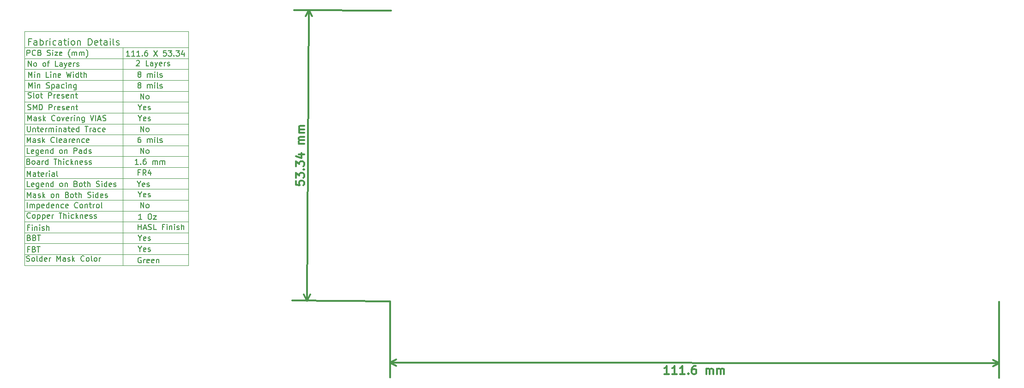
<source format=gbr>
G04 #@! TF.FileFunction,Drawing*
%FSLAX46Y46*%
G04 Gerber Fmt 4.6, Leading zero omitted, Abs format (unit mm)*
G04 Created by KiCad (PCBNEW 4.0.4-stable) date 04/28/17 11:07:38*
%MOMM*%
%LPD*%
G01*
G04 APERTURE LIST*
%ADD10C,0.100000*%
%ADD11C,0.150000*%
%ADD12C,0.300000*%
G04 APERTURE END LIST*
D10*
D11*
X56338096Y-75952381D02*
X55766667Y-75952381D01*
X56052381Y-75952381D02*
X56052381Y-74952381D01*
X55957143Y-75095238D01*
X55861905Y-75190476D01*
X55766667Y-75238095D01*
X57290477Y-75952381D02*
X56719048Y-75952381D01*
X57004762Y-75952381D02*
X57004762Y-74952381D01*
X56909524Y-75095238D01*
X56814286Y-75190476D01*
X56719048Y-75238095D01*
X58242858Y-75952381D02*
X57671429Y-75952381D01*
X57957143Y-75952381D02*
X57957143Y-74952381D01*
X57861905Y-75095238D01*
X57766667Y-75190476D01*
X57671429Y-75238095D01*
X58671429Y-75857143D02*
X58719048Y-75904762D01*
X58671429Y-75952381D01*
X58623810Y-75904762D01*
X58671429Y-75857143D01*
X58671429Y-75952381D01*
X59576191Y-74952381D02*
X59385714Y-74952381D01*
X59290476Y-75000000D01*
X59242857Y-75047619D01*
X59147619Y-75190476D01*
X59100000Y-75380952D01*
X59100000Y-75761905D01*
X59147619Y-75857143D01*
X59195238Y-75904762D01*
X59290476Y-75952381D01*
X59480953Y-75952381D01*
X59576191Y-75904762D01*
X59623810Y-75857143D01*
X59671429Y-75761905D01*
X59671429Y-75523810D01*
X59623810Y-75428571D01*
X59576191Y-75380952D01*
X59480953Y-75333333D01*
X59290476Y-75333333D01*
X59195238Y-75380952D01*
X59147619Y-75428571D01*
X59100000Y-75523810D01*
X60766667Y-74952381D02*
X61433334Y-75952381D01*
X61433334Y-74952381D02*
X60766667Y-75952381D01*
X63052382Y-74952381D02*
X62576191Y-74952381D01*
X62528572Y-75428571D01*
X62576191Y-75380952D01*
X62671429Y-75333333D01*
X62909525Y-75333333D01*
X63004763Y-75380952D01*
X63052382Y-75428571D01*
X63100001Y-75523810D01*
X63100001Y-75761905D01*
X63052382Y-75857143D01*
X63004763Y-75904762D01*
X62909525Y-75952381D01*
X62671429Y-75952381D01*
X62576191Y-75904762D01*
X62528572Y-75857143D01*
X63433334Y-74952381D02*
X64052382Y-74952381D01*
X63719048Y-75333333D01*
X63861906Y-75333333D01*
X63957144Y-75380952D01*
X64004763Y-75428571D01*
X64052382Y-75523810D01*
X64052382Y-75761905D01*
X64004763Y-75857143D01*
X63957144Y-75904762D01*
X63861906Y-75952381D01*
X63576191Y-75952381D01*
X63480953Y-75904762D01*
X63433334Y-75857143D01*
X64480953Y-75857143D02*
X64528572Y-75904762D01*
X64480953Y-75952381D01*
X64433334Y-75904762D01*
X64480953Y-75857143D01*
X64480953Y-75952381D01*
X64861905Y-74952381D02*
X65480953Y-74952381D01*
X65147619Y-75333333D01*
X65290477Y-75333333D01*
X65385715Y-75380952D01*
X65433334Y-75428571D01*
X65480953Y-75523810D01*
X65480953Y-75761905D01*
X65433334Y-75857143D01*
X65385715Y-75904762D01*
X65290477Y-75952381D01*
X65004762Y-75952381D01*
X64909524Y-75904762D01*
X64861905Y-75857143D01*
X66338096Y-75285714D02*
X66338096Y-75952381D01*
X66100000Y-74904762D02*
X65861905Y-75619048D01*
X66480953Y-75619048D01*
D12*
X86853160Y-98917185D02*
X86849147Y-99631460D01*
X87563020Y-99706900D01*
X87491995Y-99635071D01*
X87421369Y-99491815D01*
X87423376Y-99134678D01*
X87495606Y-98992224D01*
X87567434Y-98921198D01*
X87710690Y-98850573D01*
X88067828Y-98852580D01*
X88210281Y-98924809D01*
X88281308Y-98996638D01*
X88351932Y-99139894D01*
X88349926Y-99497032D01*
X88277696Y-99639485D01*
X88205867Y-99710512D01*
X86856370Y-98345766D02*
X86861586Y-97417210D01*
X87430198Y-97920412D01*
X87431401Y-97706129D01*
X87503632Y-97563676D01*
X87575460Y-97492649D01*
X87718716Y-97422025D01*
X88075853Y-97424031D01*
X88218307Y-97496261D01*
X88289333Y-97568090D01*
X88359958Y-97711346D01*
X88357550Y-98139911D01*
X88285321Y-98282365D01*
X88213491Y-98353390D01*
X88222320Y-96781987D02*
X88294149Y-96710961D01*
X88365174Y-96782790D01*
X88293346Y-96853816D01*
X88222320Y-96781987D01*
X88365174Y-96782790D01*
X86868408Y-96202943D02*
X86873625Y-95274386D01*
X87442236Y-95777589D01*
X87443440Y-95563306D01*
X87515670Y-95420853D01*
X87587498Y-95349826D01*
X87730754Y-95279202D01*
X88087892Y-95281208D01*
X88230345Y-95353438D01*
X88301372Y-95425267D01*
X88371996Y-95568523D01*
X88369588Y-95997088D01*
X88297359Y-96139541D01*
X88225530Y-96210567D01*
X87380840Y-93991502D02*
X88380824Y-93997120D01*
X86807415Y-94345429D02*
X87876819Y-94708585D01*
X87882036Y-93780028D01*
X88391659Y-92068579D02*
X87391674Y-92062961D01*
X87534530Y-92063764D02*
X87463504Y-91991935D01*
X87392878Y-91848678D01*
X87394082Y-91634397D01*
X87466312Y-91491943D01*
X87609569Y-91421318D01*
X88395270Y-91425732D01*
X87609569Y-91421318D02*
X87467115Y-91349088D01*
X87396490Y-91205832D01*
X87397694Y-90991550D01*
X87469924Y-90849096D01*
X87613180Y-90778471D01*
X88398882Y-90782885D01*
X88402894Y-90068611D02*
X87402910Y-90062993D01*
X87545766Y-90063795D02*
X87474739Y-89991967D01*
X87404114Y-89848710D01*
X87405318Y-89634428D01*
X87477548Y-89491975D01*
X87620804Y-89421350D01*
X88406506Y-89425764D01*
X87620804Y-89421350D02*
X87478351Y-89349119D01*
X87407726Y-89205863D01*
X87408929Y-88991582D01*
X87481160Y-88849127D01*
X87624416Y-88778503D01*
X88410117Y-88782917D01*
X88901039Y-120915174D02*
X89201039Y-67515174D01*
X104000000Y-121000000D02*
X86201082Y-120900006D01*
X104300000Y-67600000D02*
X86501082Y-67500006D01*
X89201039Y-67515174D02*
X89781122Y-68644954D01*
X89201039Y-67515174D02*
X88608299Y-68638366D01*
X88901039Y-120915174D02*
X89493779Y-119791982D01*
X88901039Y-120915174D02*
X88320956Y-119785394D01*
X155295211Y-134375746D02*
X154438069Y-134374979D01*
X154866641Y-134375363D02*
X154867983Y-132875363D01*
X154724935Y-133089521D01*
X154581949Y-133232250D01*
X154439028Y-133303551D01*
X156723782Y-134377025D02*
X155866639Y-134376258D01*
X156295211Y-134376641D02*
X156296554Y-132876642D01*
X156153505Y-133090800D01*
X156010519Y-133233529D01*
X155867598Y-133304830D01*
X158152352Y-134378304D02*
X157295210Y-134377537D01*
X157723781Y-134377920D02*
X157725124Y-132877921D01*
X157582075Y-133092079D01*
X157439090Y-133234808D01*
X157296169Y-133306109D01*
X158795337Y-134236023D02*
X158866701Y-134307516D01*
X158795209Y-134378880D01*
X158723844Y-134307388D01*
X158795337Y-134236023D01*
X158795209Y-134378880D01*
X160153694Y-132880095D02*
X159867980Y-132879839D01*
X159725060Y-132951140D01*
X159653567Y-133022505D01*
X159510518Y-133236663D01*
X159438833Y-133522313D01*
X159438321Y-134093741D01*
X159509623Y-134236662D01*
X159580987Y-134308155D01*
X159723781Y-134379711D01*
X160009494Y-134379967D01*
X160152415Y-134308667D01*
X160223908Y-134237302D01*
X160295464Y-134094509D01*
X160295784Y-133737366D01*
X160224484Y-133594445D01*
X160153119Y-133522953D01*
X160010326Y-133451396D01*
X159724612Y-133451140D01*
X159581690Y-133522441D01*
X159510198Y-133593805D01*
X159438641Y-133736598D01*
X162080922Y-134381821D02*
X162081817Y-133381822D01*
X162081689Y-133524679D02*
X162153181Y-133453314D01*
X162296103Y-133382013D01*
X162510388Y-133382205D01*
X162653181Y-133453762D01*
X162724482Y-133596683D01*
X162723778Y-134382397D01*
X162724482Y-133596683D02*
X162796039Y-133453890D01*
X162938960Y-133382589D01*
X163153244Y-133382781D01*
X163296038Y-133454338D01*
X163367339Y-133597258D01*
X163366635Y-134382972D01*
X164080921Y-134383612D02*
X164081816Y-133383612D01*
X164081688Y-133526470D02*
X164153180Y-133455105D01*
X164296102Y-133383804D01*
X164510387Y-133383996D01*
X164653180Y-133455553D01*
X164724481Y-133598473D01*
X164723778Y-134384187D01*
X164724481Y-133598473D02*
X164796038Y-133455680D01*
X164938959Y-133384379D01*
X165153244Y-133384571D01*
X165296038Y-133456128D01*
X165367338Y-133599049D01*
X165366634Y-134384763D01*
X104089882Y-132301333D02*
X215789882Y-132401333D01*
X104100000Y-121000000D02*
X104087465Y-135001332D01*
X215800000Y-121100000D02*
X215787465Y-135101332D01*
X215789882Y-132401333D02*
X214662854Y-132986745D01*
X215789882Y-132401333D02*
X214663904Y-131813904D01*
X104089882Y-132301333D02*
X105215860Y-132888762D01*
X104089882Y-132301333D02*
X105216910Y-131715921D01*
D10*
X37100000Y-71400000D02*
X37100000Y-114400000D01*
X37100000Y-112400000D02*
X67100000Y-112400000D01*
X67100000Y-71400000D02*
X67100000Y-114400000D01*
X37100000Y-74400000D02*
X67100000Y-74400000D01*
X37100000Y-71400000D02*
X67100000Y-71400000D01*
X37100000Y-76400000D02*
X67100000Y-76400000D01*
X37100000Y-78400000D02*
X67100000Y-78400000D01*
X37100000Y-80400000D02*
X67100000Y-80400000D01*
X37100000Y-84400000D02*
X67100000Y-84400000D01*
X37100000Y-82400000D02*
X67100000Y-82400000D01*
X37100000Y-86400000D02*
X67100000Y-86400000D01*
X37100000Y-88400000D02*
X67100000Y-88400000D01*
X37100000Y-90400000D02*
X67100000Y-90400000D01*
X37100000Y-92400000D02*
X67100000Y-92400000D01*
X37100000Y-94400000D02*
X67100000Y-94400000D01*
X37100000Y-96400000D02*
X67100000Y-96400000D01*
X37100000Y-98400000D02*
X67100000Y-98400000D01*
X37100000Y-100400000D02*
X67100000Y-100400000D01*
X37100000Y-102400000D02*
X67100000Y-102400000D01*
X37100000Y-104400000D02*
X67100000Y-104400000D01*
X37100000Y-106400000D02*
X67100000Y-106400000D01*
X37100000Y-108400000D02*
X67100000Y-108400000D01*
X37100000Y-110400000D02*
X67100000Y-110400000D01*
X55100000Y-114400000D02*
X55100000Y-74400000D01*
X37100000Y-114400000D02*
X67100000Y-114400000D01*
D11*
X37528571Y-75852381D02*
X37528571Y-74852381D01*
X37909524Y-74852381D01*
X38004762Y-74900000D01*
X38052381Y-74947619D01*
X38100000Y-75042857D01*
X38100000Y-75185714D01*
X38052381Y-75280952D01*
X38004762Y-75328571D01*
X37909524Y-75376190D01*
X37528571Y-75376190D01*
X39100000Y-75757143D02*
X39052381Y-75804762D01*
X38909524Y-75852381D01*
X38814286Y-75852381D01*
X38671428Y-75804762D01*
X38576190Y-75709524D01*
X38528571Y-75614286D01*
X38480952Y-75423810D01*
X38480952Y-75280952D01*
X38528571Y-75090476D01*
X38576190Y-74995238D01*
X38671428Y-74900000D01*
X38814286Y-74852381D01*
X38909524Y-74852381D01*
X39052381Y-74900000D01*
X39100000Y-74947619D01*
X39861905Y-75328571D02*
X40004762Y-75376190D01*
X40052381Y-75423810D01*
X40100000Y-75519048D01*
X40100000Y-75661905D01*
X40052381Y-75757143D01*
X40004762Y-75804762D01*
X39909524Y-75852381D01*
X39528571Y-75852381D01*
X39528571Y-74852381D01*
X39861905Y-74852381D01*
X39957143Y-74900000D01*
X40004762Y-74947619D01*
X40052381Y-75042857D01*
X40052381Y-75138095D01*
X40004762Y-75233333D01*
X39957143Y-75280952D01*
X39861905Y-75328571D01*
X39528571Y-75328571D01*
X41242857Y-75804762D02*
X41385714Y-75852381D01*
X41623810Y-75852381D01*
X41719048Y-75804762D01*
X41766667Y-75757143D01*
X41814286Y-75661905D01*
X41814286Y-75566667D01*
X41766667Y-75471429D01*
X41719048Y-75423810D01*
X41623810Y-75376190D01*
X41433333Y-75328571D01*
X41338095Y-75280952D01*
X41290476Y-75233333D01*
X41242857Y-75138095D01*
X41242857Y-75042857D01*
X41290476Y-74947619D01*
X41338095Y-74900000D01*
X41433333Y-74852381D01*
X41671429Y-74852381D01*
X41814286Y-74900000D01*
X42242857Y-75852381D02*
X42242857Y-75185714D01*
X42242857Y-74852381D02*
X42195238Y-74900000D01*
X42242857Y-74947619D01*
X42290476Y-74900000D01*
X42242857Y-74852381D01*
X42242857Y-74947619D01*
X42623809Y-75185714D02*
X43147619Y-75185714D01*
X42623809Y-75852381D01*
X43147619Y-75852381D01*
X43909524Y-75804762D02*
X43814286Y-75852381D01*
X43623809Y-75852381D01*
X43528571Y-75804762D01*
X43480952Y-75709524D01*
X43480952Y-75328571D01*
X43528571Y-75233333D01*
X43623809Y-75185714D01*
X43814286Y-75185714D01*
X43909524Y-75233333D01*
X43957143Y-75328571D01*
X43957143Y-75423810D01*
X43480952Y-75519048D01*
X45433334Y-76233333D02*
X45385714Y-76185714D01*
X45290476Y-76042857D01*
X45242857Y-75947619D01*
X45195238Y-75804762D01*
X45147619Y-75566667D01*
X45147619Y-75376190D01*
X45195238Y-75138095D01*
X45242857Y-74995238D01*
X45290476Y-74900000D01*
X45385714Y-74757143D01*
X45433334Y-74709524D01*
X45814286Y-75852381D02*
X45814286Y-75185714D01*
X45814286Y-75280952D02*
X45861905Y-75233333D01*
X45957143Y-75185714D01*
X46100001Y-75185714D01*
X46195239Y-75233333D01*
X46242858Y-75328571D01*
X46242858Y-75852381D01*
X46242858Y-75328571D02*
X46290477Y-75233333D01*
X46385715Y-75185714D01*
X46528572Y-75185714D01*
X46623810Y-75233333D01*
X46671429Y-75328571D01*
X46671429Y-75852381D01*
X47147619Y-75852381D02*
X47147619Y-75185714D01*
X47147619Y-75280952D02*
X47195238Y-75233333D01*
X47290476Y-75185714D01*
X47433334Y-75185714D01*
X47528572Y-75233333D01*
X47576191Y-75328571D01*
X47576191Y-75852381D01*
X47576191Y-75328571D02*
X47623810Y-75233333D01*
X47719048Y-75185714D01*
X47861905Y-75185714D01*
X47957143Y-75233333D01*
X48004762Y-75328571D01*
X48004762Y-75852381D01*
X48385714Y-76233333D02*
X48433333Y-76185714D01*
X48528571Y-76042857D01*
X48576190Y-75947619D01*
X48623809Y-75804762D01*
X48671428Y-75566667D01*
X48671428Y-75376190D01*
X48623809Y-75138095D01*
X48576190Y-74995238D01*
X48528571Y-74900000D01*
X48433333Y-74757143D01*
X48385714Y-74709524D01*
X38214287Y-73314286D02*
X37814287Y-73314286D01*
X37814287Y-73942857D02*
X37814287Y-72742857D01*
X38385716Y-72742857D01*
X39357144Y-73942857D02*
X39357144Y-73314286D01*
X39300001Y-73200000D01*
X39185715Y-73142857D01*
X38957144Y-73142857D01*
X38842858Y-73200000D01*
X39357144Y-73885714D02*
X39242858Y-73942857D01*
X38957144Y-73942857D01*
X38842858Y-73885714D01*
X38785715Y-73771429D01*
X38785715Y-73657143D01*
X38842858Y-73542857D01*
X38957144Y-73485714D01*
X39242858Y-73485714D01*
X39357144Y-73428571D01*
X39928572Y-73942857D02*
X39928572Y-72742857D01*
X39928572Y-73200000D02*
X40042858Y-73142857D01*
X40271429Y-73142857D01*
X40385715Y-73200000D01*
X40442858Y-73257143D01*
X40500001Y-73371429D01*
X40500001Y-73714286D01*
X40442858Y-73828571D01*
X40385715Y-73885714D01*
X40271429Y-73942857D01*
X40042858Y-73942857D01*
X39928572Y-73885714D01*
X41014286Y-73942857D02*
X41014286Y-73142857D01*
X41014286Y-73371429D02*
X41071429Y-73257143D01*
X41128572Y-73200000D01*
X41242858Y-73142857D01*
X41357143Y-73142857D01*
X41757143Y-73942857D02*
X41757143Y-73142857D01*
X41757143Y-72742857D02*
X41700000Y-72800000D01*
X41757143Y-72857143D01*
X41814286Y-72800000D01*
X41757143Y-72742857D01*
X41757143Y-72857143D01*
X42842858Y-73885714D02*
X42728572Y-73942857D01*
X42500001Y-73942857D01*
X42385715Y-73885714D01*
X42328572Y-73828571D01*
X42271429Y-73714286D01*
X42271429Y-73371429D01*
X42328572Y-73257143D01*
X42385715Y-73200000D01*
X42500001Y-73142857D01*
X42728572Y-73142857D01*
X42842858Y-73200000D01*
X43871429Y-73942857D02*
X43871429Y-73314286D01*
X43814286Y-73200000D01*
X43700000Y-73142857D01*
X43471429Y-73142857D01*
X43357143Y-73200000D01*
X43871429Y-73885714D02*
X43757143Y-73942857D01*
X43471429Y-73942857D01*
X43357143Y-73885714D01*
X43300000Y-73771429D01*
X43300000Y-73657143D01*
X43357143Y-73542857D01*
X43471429Y-73485714D01*
X43757143Y-73485714D01*
X43871429Y-73428571D01*
X44271429Y-73142857D02*
X44728572Y-73142857D01*
X44442857Y-72742857D02*
X44442857Y-73771429D01*
X44500000Y-73885714D01*
X44614286Y-73942857D01*
X44728572Y-73942857D01*
X45128571Y-73942857D02*
X45128571Y-73142857D01*
X45128571Y-72742857D02*
X45071428Y-72800000D01*
X45128571Y-72857143D01*
X45185714Y-72800000D01*
X45128571Y-72742857D01*
X45128571Y-72857143D01*
X45871429Y-73942857D02*
X45757143Y-73885714D01*
X45700000Y-73828571D01*
X45642857Y-73714286D01*
X45642857Y-73371429D01*
X45700000Y-73257143D01*
X45757143Y-73200000D01*
X45871429Y-73142857D01*
X46042857Y-73142857D01*
X46157143Y-73200000D01*
X46214286Y-73257143D01*
X46271429Y-73371429D01*
X46271429Y-73714286D01*
X46214286Y-73828571D01*
X46157143Y-73885714D01*
X46042857Y-73942857D01*
X45871429Y-73942857D01*
X46785714Y-73142857D02*
X46785714Y-73942857D01*
X46785714Y-73257143D02*
X46842857Y-73200000D01*
X46957143Y-73142857D01*
X47128571Y-73142857D01*
X47242857Y-73200000D01*
X47300000Y-73314286D01*
X47300000Y-73942857D01*
X48785714Y-73942857D02*
X48785714Y-72742857D01*
X49071429Y-72742857D01*
X49242857Y-72800000D01*
X49357143Y-72914286D01*
X49414286Y-73028571D01*
X49471429Y-73257143D01*
X49471429Y-73428571D01*
X49414286Y-73657143D01*
X49357143Y-73771429D01*
X49242857Y-73885714D01*
X49071429Y-73942857D01*
X48785714Y-73942857D01*
X50442857Y-73885714D02*
X50328571Y-73942857D01*
X50100000Y-73942857D01*
X49985714Y-73885714D01*
X49928571Y-73771429D01*
X49928571Y-73314286D01*
X49985714Y-73200000D01*
X50100000Y-73142857D01*
X50328571Y-73142857D01*
X50442857Y-73200000D01*
X50500000Y-73314286D01*
X50500000Y-73428571D01*
X49928571Y-73542857D01*
X50842857Y-73142857D02*
X51300000Y-73142857D01*
X51014285Y-72742857D02*
X51014285Y-73771429D01*
X51071428Y-73885714D01*
X51185714Y-73942857D01*
X51300000Y-73942857D01*
X52214285Y-73942857D02*
X52214285Y-73314286D01*
X52157142Y-73200000D01*
X52042856Y-73142857D01*
X51814285Y-73142857D01*
X51699999Y-73200000D01*
X52214285Y-73885714D02*
X52099999Y-73942857D01*
X51814285Y-73942857D01*
X51699999Y-73885714D01*
X51642856Y-73771429D01*
X51642856Y-73657143D01*
X51699999Y-73542857D01*
X51814285Y-73485714D01*
X52099999Y-73485714D01*
X52214285Y-73428571D01*
X52785713Y-73942857D02*
X52785713Y-73142857D01*
X52785713Y-72742857D02*
X52728570Y-72800000D01*
X52785713Y-72857143D01*
X52842856Y-72800000D01*
X52785713Y-72742857D01*
X52785713Y-72857143D01*
X53528571Y-73942857D02*
X53414285Y-73885714D01*
X53357142Y-73771429D01*
X53357142Y-72742857D01*
X53928570Y-73885714D02*
X54042856Y-73942857D01*
X54271428Y-73942857D01*
X54385713Y-73885714D01*
X54442856Y-73771429D01*
X54442856Y-73714286D01*
X54385713Y-73600000D01*
X54271428Y-73542857D01*
X54099999Y-73542857D01*
X53985713Y-73485714D01*
X53928570Y-73371429D01*
X53928570Y-73314286D01*
X53985713Y-73200000D01*
X54099999Y-73142857D01*
X54271428Y-73142857D01*
X54385713Y-73200000D01*
X37780951Y-77852381D02*
X37780951Y-76852381D01*
X38352380Y-77852381D01*
X38352380Y-76852381D01*
X38971427Y-77852381D02*
X38876189Y-77804762D01*
X38828570Y-77757143D01*
X38780951Y-77661905D01*
X38780951Y-77376190D01*
X38828570Y-77280952D01*
X38876189Y-77233333D01*
X38971427Y-77185714D01*
X39114285Y-77185714D01*
X39209523Y-77233333D01*
X39257142Y-77280952D01*
X39304761Y-77376190D01*
X39304761Y-77661905D01*
X39257142Y-77757143D01*
X39209523Y-77804762D01*
X39114285Y-77852381D01*
X38971427Y-77852381D01*
X40638094Y-77852381D02*
X40542856Y-77804762D01*
X40495237Y-77757143D01*
X40447618Y-77661905D01*
X40447618Y-77376190D01*
X40495237Y-77280952D01*
X40542856Y-77233333D01*
X40638094Y-77185714D01*
X40780952Y-77185714D01*
X40876190Y-77233333D01*
X40923809Y-77280952D01*
X40971428Y-77376190D01*
X40971428Y-77661905D01*
X40923809Y-77757143D01*
X40876190Y-77804762D01*
X40780952Y-77852381D01*
X40638094Y-77852381D01*
X41257142Y-77185714D02*
X41638094Y-77185714D01*
X41399999Y-77852381D02*
X41399999Y-76995238D01*
X41447618Y-76900000D01*
X41542856Y-76852381D01*
X41638094Y-76852381D01*
X43209524Y-77852381D02*
X42733333Y-77852381D01*
X42733333Y-76852381D01*
X43971429Y-77852381D02*
X43971429Y-77328571D01*
X43923810Y-77233333D01*
X43828572Y-77185714D01*
X43638095Y-77185714D01*
X43542857Y-77233333D01*
X43971429Y-77804762D02*
X43876191Y-77852381D01*
X43638095Y-77852381D01*
X43542857Y-77804762D01*
X43495238Y-77709524D01*
X43495238Y-77614286D01*
X43542857Y-77519048D01*
X43638095Y-77471429D01*
X43876191Y-77471429D01*
X43971429Y-77423810D01*
X44352381Y-77185714D02*
X44590476Y-77852381D01*
X44828572Y-77185714D02*
X44590476Y-77852381D01*
X44495238Y-78090476D01*
X44447619Y-78138095D01*
X44352381Y-78185714D01*
X45590477Y-77804762D02*
X45495239Y-77852381D01*
X45304762Y-77852381D01*
X45209524Y-77804762D01*
X45161905Y-77709524D01*
X45161905Y-77328571D01*
X45209524Y-77233333D01*
X45304762Y-77185714D01*
X45495239Y-77185714D01*
X45590477Y-77233333D01*
X45638096Y-77328571D01*
X45638096Y-77423810D01*
X45161905Y-77519048D01*
X46066667Y-77852381D02*
X46066667Y-77185714D01*
X46066667Y-77376190D02*
X46114286Y-77280952D01*
X46161905Y-77233333D01*
X46257143Y-77185714D01*
X46352382Y-77185714D01*
X46638096Y-77804762D02*
X46733334Y-77852381D01*
X46923810Y-77852381D01*
X47019049Y-77804762D01*
X47066668Y-77709524D01*
X47066668Y-77661905D01*
X47019049Y-77566667D01*
X46923810Y-77519048D01*
X46780953Y-77519048D01*
X46685715Y-77471429D01*
X46638096Y-77376190D01*
X46638096Y-77328571D01*
X46685715Y-77233333D01*
X46780953Y-77185714D01*
X46923810Y-77185714D01*
X47019049Y-77233333D01*
X37790476Y-79852381D02*
X37790476Y-78852381D01*
X38123810Y-79566667D01*
X38457143Y-78852381D01*
X38457143Y-79852381D01*
X38933333Y-79852381D02*
X38933333Y-79185714D01*
X38933333Y-78852381D02*
X38885714Y-78900000D01*
X38933333Y-78947619D01*
X38980952Y-78900000D01*
X38933333Y-78852381D01*
X38933333Y-78947619D01*
X39409523Y-79185714D02*
X39409523Y-79852381D01*
X39409523Y-79280952D02*
X39457142Y-79233333D01*
X39552380Y-79185714D01*
X39695238Y-79185714D01*
X39790476Y-79233333D01*
X39838095Y-79328571D01*
X39838095Y-79852381D01*
X41552381Y-79852381D02*
X41076190Y-79852381D01*
X41076190Y-78852381D01*
X41885714Y-79852381D02*
X41885714Y-79185714D01*
X41885714Y-78852381D02*
X41838095Y-78900000D01*
X41885714Y-78947619D01*
X41933333Y-78900000D01*
X41885714Y-78852381D01*
X41885714Y-78947619D01*
X42361904Y-79185714D02*
X42361904Y-79852381D01*
X42361904Y-79280952D02*
X42409523Y-79233333D01*
X42504761Y-79185714D01*
X42647619Y-79185714D01*
X42742857Y-79233333D01*
X42790476Y-79328571D01*
X42790476Y-79852381D01*
X43647619Y-79804762D02*
X43552381Y-79852381D01*
X43361904Y-79852381D01*
X43266666Y-79804762D01*
X43219047Y-79709524D01*
X43219047Y-79328571D01*
X43266666Y-79233333D01*
X43361904Y-79185714D01*
X43552381Y-79185714D01*
X43647619Y-79233333D01*
X43695238Y-79328571D01*
X43695238Y-79423810D01*
X43219047Y-79519048D01*
X44790476Y-78852381D02*
X45028571Y-79852381D01*
X45219048Y-79138095D01*
X45409524Y-79852381D01*
X45647619Y-78852381D01*
X46028571Y-79852381D02*
X46028571Y-79185714D01*
X46028571Y-78852381D02*
X45980952Y-78900000D01*
X46028571Y-78947619D01*
X46076190Y-78900000D01*
X46028571Y-78852381D01*
X46028571Y-78947619D01*
X46933333Y-79852381D02*
X46933333Y-78852381D01*
X46933333Y-79804762D02*
X46838095Y-79852381D01*
X46647618Y-79852381D01*
X46552380Y-79804762D01*
X46504761Y-79757143D01*
X46457142Y-79661905D01*
X46457142Y-79376190D01*
X46504761Y-79280952D01*
X46552380Y-79233333D01*
X46647618Y-79185714D01*
X46838095Y-79185714D01*
X46933333Y-79233333D01*
X47266666Y-79185714D02*
X47647618Y-79185714D01*
X47409523Y-78852381D02*
X47409523Y-79709524D01*
X47457142Y-79804762D01*
X47552380Y-79852381D01*
X47647618Y-79852381D01*
X47980952Y-79852381D02*
X47980952Y-78852381D01*
X48409524Y-79852381D02*
X48409524Y-79328571D01*
X48361905Y-79233333D01*
X48266667Y-79185714D01*
X48123809Y-79185714D01*
X48028571Y-79233333D01*
X47980952Y-79280952D01*
X37842857Y-81852381D02*
X37842857Y-80852381D01*
X38176191Y-81566667D01*
X38509524Y-80852381D01*
X38509524Y-81852381D01*
X38985714Y-81852381D02*
X38985714Y-81185714D01*
X38985714Y-80852381D02*
X38938095Y-80900000D01*
X38985714Y-80947619D01*
X39033333Y-80900000D01*
X38985714Y-80852381D01*
X38985714Y-80947619D01*
X39461904Y-81185714D02*
X39461904Y-81852381D01*
X39461904Y-81280952D02*
X39509523Y-81233333D01*
X39604761Y-81185714D01*
X39747619Y-81185714D01*
X39842857Y-81233333D01*
X39890476Y-81328571D01*
X39890476Y-81852381D01*
X41080952Y-81804762D02*
X41223809Y-81852381D01*
X41461905Y-81852381D01*
X41557143Y-81804762D01*
X41604762Y-81757143D01*
X41652381Y-81661905D01*
X41652381Y-81566667D01*
X41604762Y-81471429D01*
X41557143Y-81423810D01*
X41461905Y-81376190D01*
X41271428Y-81328571D01*
X41176190Y-81280952D01*
X41128571Y-81233333D01*
X41080952Y-81138095D01*
X41080952Y-81042857D01*
X41128571Y-80947619D01*
X41176190Y-80900000D01*
X41271428Y-80852381D01*
X41509524Y-80852381D01*
X41652381Y-80900000D01*
X42080952Y-81185714D02*
X42080952Y-82185714D01*
X42080952Y-81233333D02*
X42176190Y-81185714D01*
X42366667Y-81185714D01*
X42461905Y-81233333D01*
X42509524Y-81280952D01*
X42557143Y-81376190D01*
X42557143Y-81661905D01*
X42509524Y-81757143D01*
X42461905Y-81804762D01*
X42366667Y-81852381D01*
X42176190Y-81852381D01*
X42080952Y-81804762D01*
X43414286Y-81852381D02*
X43414286Y-81328571D01*
X43366667Y-81233333D01*
X43271429Y-81185714D01*
X43080952Y-81185714D01*
X42985714Y-81233333D01*
X43414286Y-81804762D02*
X43319048Y-81852381D01*
X43080952Y-81852381D01*
X42985714Y-81804762D01*
X42938095Y-81709524D01*
X42938095Y-81614286D01*
X42985714Y-81519048D01*
X43080952Y-81471429D01*
X43319048Y-81471429D01*
X43414286Y-81423810D01*
X44319048Y-81804762D02*
X44223810Y-81852381D01*
X44033333Y-81852381D01*
X43938095Y-81804762D01*
X43890476Y-81757143D01*
X43842857Y-81661905D01*
X43842857Y-81376190D01*
X43890476Y-81280952D01*
X43938095Y-81233333D01*
X44033333Y-81185714D01*
X44223810Y-81185714D01*
X44319048Y-81233333D01*
X44747619Y-81852381D02*
X44747619Y-81185714D01*
X44747619Y-80852381D02*
X44700000Y-80900000D01*
X44747619Y-80947619D01*
X44795238Y-80900000D01*
X44747619Y-80852381D01*
X44747619Y-80947619D01*
X45223809Y-81185714D02*
X45223809Y-81852381D01*
X45223809Y-81280952D02*
X45271428Y-81233333D01*
X45366666Y-81185714D01*
X45509524Y-81185714D01*
X45604762Y-81233333D01*
X45652381Y-81328571D01*
X45652381Y-81852381D01*
X46557143Y-81185714D02*
X46557143Y-81995238D01*
X46509524Y-82090476D01*
X46461905Y-82138095D01*
X46366666Y-82185714D01*
X46223809Y-82185714D01*
X46128571Y-82138095D01*
X46557143Y-81804762D02*
X46461905Y-81852381D01*
X46271428Y-81852381D01*
X46176190Y-81804762D01*
X46128571Y-81757143D01*
X46080952Y-81661905D01*
X46080952Y-81376190D01*
X46128571Y-81280952D01*
X46176190Y-81233333D01*
X46271428Y-81185714D01*
X46461905Y-81185714D01*
X46557143Y-81233333D01*
X37723808Y-83604762D02*
X37866665Y-83652381D01*
X38104761Y-83652381D01*
X38199999Y-83604762D01*
X38247618Y-83557143D01*
X38295237Y-83461905D01*
X38295237Y-83366667D01*
X38247618Y-83271429D01*
X38199999Y-83223810D01*
X38104761Y-83176190D01*
X37914284Y-83128571D01*
X37819046Y-83080952D01*
X37771427Y-83033333D01*
X37723808Y-82938095D01*
X37723808Y-82842857D01*
X37771427Y-82747619D01*
X37819046Y-82700000D01*
X37914284Y-82652381D01*
X38152380Y-82652381D01*
X38295237Y-82700000D01*
X38866665Y-83652381D02*
X38771427Y-83604762D01*
X38723808Y-83509524D01*
X38723808Y-82652381D01*
X39390475Y-83652381D02*
X39295237Y-83604762D01*
X39247618Y-83557143D01*
X39199999Y-83461905D01*
X39199999Y-83176190D01*
X39247618Y-83080952D01*
X39295237Y-83033333D01*
X39390475Y-82985714D01*
X39533333Y-82985714D01*
X39628571Y-83033333D01*
X39676190Y-83080952D01*
X39723809Y-83176190D01*
X39723809Y-83461905D01*
X39676190Y-83557143D01*
X39628571Y-83604762D01*
X39533333Y-83652381D01*
X39390475Y-83652381D01*
X40009523Y-82985714D02*
X40390475Y-82985714D01*
X40152380Y-82652381D02*
X40152380Y-83509524D01*
X40199999Y-83604762D01*
X40295237Y-83652381D01*
X40390475Y-83652381D01*
X41485714Y-83652381D02*
X41485714Y-82652381D01*
X41866667Y-82652381D01*
X41961905Y-82700000D01*
X42009524Y-82747619D01*
X42057143Y-82842857D01*
X42057143Y-82985714D01*
X42009524Y-83080952D01*
X41961905Y-83128571D01*
X41866667Y-83176190D01*
X41485714Y-83176190D01*
X42485714Y-83652381D02*
X42485714Y-82985714D01*
X42485714Y-83176190D02*
X42533333Y-83080952D01*
X42580952Y-83033333D01*
X42676190Y-82985714D01*
X42771429Y-82985714D01*
X43485715Y-83604762D02*
X43390477Y-83652381D01*
X43200000Y-83652381D01*
X43104762Y-83604762D01*
X43057143Y-83509524D01*
X43057143Y-83128571D01*
X43104762Y-83033333D01*
X43200000Y-82985714D01*
X43390477Y-82985714D01*
X43485715Y-83033333D01*
X43533334Y-83128571D01*
X43533334Y-83223810D01*
X43057143Y-83319048D01*
X43914286Y-83604762D02*
X44009524Y-83652381D01*
X44200000Y-83652381D01*
X44295239Y-83604762D01*
X44342858Y-83509524D01*
X44342858Y-83461905D01*
X44295239Y-83366667D01*
X44200000Y-83319048D01*
X44057143Y-83319048D01*
X43961905Y-83271429D01*
X43914286Y-83176190D01*
X43914286Y-83128571D01*
X43961905Y-83033333D01*
X44057143Y-82985714D01*
X44200000Y-82985714D01*
X44295239Y-83033333D01*
X45152382Y-83604762D02*
X45057144Y-83652381D01*
X44866667Y-83652381D01*
X44771429Y-83604762D01*
X44723810Y-83509524D01*
X44723810Y-83128571D01*
X44771429Y-83033333D01*
X44866667Y-82985714D01*
X45057144Y-82985714D01*
X45152382Y-83033333D01*
X45200001Y-83128571D01*
X45200001Y-83223810D01*
X44723810Y-83319048D01*
X45628572Y-82985714D02*
X45628572Y-83652381D01*
X45628572Y-83080952D02*
X45676191Y-83033333D01*
X45771429Y-82985714D01*
X45914287Y-82985714D01*
X46009525Y-83033333D01*
X46057144Y-83128571D01*
X46057144Y-83652381D01*
X46390477Y-82985714D02*
X46771429Y-82985714D01*
X46533334Y-82652381D02*
X46533334Y-83509524D01*
X46580953Y-83604762D01*
X46676191Y-83652381D01*
X46771429Y-83652381D01*
X37652380Y-85804762D02*
X37795237Y-85852381D01*
X38033333Y-85852381D01*
X38128571Y-85804762D01*
X38176190Y-85757143D01*
X38223809Y-85661905D01*
X38223809Y-85566667D01*
X38176190Y-85471429D01*
X38128571Y-85423810D01*
X38033333Y-85376190D01*
X37842856Y-85328571D01*
X37747618Y-85280952D01*
X37699999Y-85233333D01*
X37652380Y-85138095D01*
X37652380Y-85042857D01*
X37699999Y-84947619D01*
X37747618Y-84900000D01*
X37842856Y-84852381D01*
X38080952Y-84852381D01*
X38223809Y-84900000D01*
X38652380Y-85852381D02*
X38652380Y-84852381D01*
X38985714Y-85566667D01*
X39319047Y-84852381D01*
X39319047Y-85852381D01*
X39795237Y-85852381D02*
X39795237Y-84852381D01*
X40033332Y-84852381D01*
X40176190Y-84900000D01*
X40271428Y-84995238D01*
X40319047Y-85090476D01*
X40366666Y-85280952D01*
X40366666Y-85423810D01*
X40319047Y-85614286D01*
X40271428Y-85709524D01*
X40176190Y-85804762D01*
X40033332Y-85852381D01*
X39795237Y-85852381D01*
X41557142Y-85852381D02*
X41557142Y-84852381D01*
X41938095Y-84852381D01*
X42033333Y-84900000D01*
X42080952Y-84947619D01*
X42128571Y-85042857D01*
X42128571Y-85185714D01*
X42080952Y-85280952D01*
X42033333Y-85328571D01*
X41938095Y-85376190D01*
X41557142Y-85376190D01*
X42557142Y-85852381D02*
X42557142Y-85185714D01*
X42557142Y-85376190D02*
X42604761Y-85280952D01*
X42652380Y-85233333D01*
X42747618Y-85185714D01*
X42842857Y-85185714D01*
X43557143Y-85804762D02*
X43461905Y-85852381D01*
X43271428Y-85852381D01*
X43176190Y-85804762D01*
X43128571Y-85709524D01*
X43128571Y-85328571D01*
X43176190Y-85233333D01*
X43271428Y-85185714D01*
X43461905Y-85185714D01*
X43557143Y-85233333D01*
X43604762Y-85328571D01*
X43604762Y-85423810D01*
X43128571Y-85519048D01*
X43985714Y-85804762D02*
X44080952Y-85852381D01*
X44271428Y-85852381D01*
X44366667Y-85804762D01*
X44414286Y-85709524D01*
X44414286Y-85661905D01*
X44366667Y-85566667D01*
X44271428Y-85519048D01*
X44128571Y-85519048D01*
X44033333Y-85471429D01*
X43985714Y-85376190D01*
X43985714Y-85328571D01*
X44033333Y-85233333D01*
X44128571Y-85185714D01*
X44271428Y-85185714D01*
X44366667Y-85233333D01*
X45223810Y-85804762D02*
X45128572Y-85852381D01*
X44938095Y-85852381D01*
X44842857Y-85804762D01*
X44795238Y-85709524D01*
X44795238Y-85328571D01*
X44842857Y-85233333D01*
X44938095Y-85185714D01*
X45128572Y-85185714D01*
X45223810Y-85233333D01*
X45271429Y-85328571D01*
X45271429Y-85423810D01*
X44795238Y-85519048D01*
X45700000Y-85185714D02*
X45700000Y-85852381D01*
X45700000Y-85280952D02*
X45747619Y-85233333D01*
X45842857Y-85185714D01*
X45985715Y-85185714D01*
X46080953Y-85233333D01*
X46128572Y-85328571D01*
X46128572Y-85852381D01*
X46461905Y-85185714D02*
X46842857Y-85185714D01*
X46604762Y-84852381D02*
X46604762Y-85709524D01*
X46652381Y-85804762D01*
X46747619Y-85852381D01*
X46842857Y-85852381D01*
X37657142Y-87852381D02*
X37657142Y-86852381D01*
X37990476Y-87566667D01*
X38323809Y-86852381D01*
X38323809Y-87852381D01*
X39228571Y-87852381D02*
X39228571Y-87328571D01*
X39180952Y-87233333D01*
X39085714Y-87185714D01*
X38895237Y-87185714D01*
X38799999Y-87233333D01*
X39228571Y-87804762D02*
X39133333Y-87852381D01*
X38895237Y-87852381D01*
X38799999Y-87804762D01*
X38752380Y-87709524D01*
X38752380Y-87614286D01*
X38799999Y-87519048D01*
X38895237Y-87471429D01*
X39133333Y-87471429D01*
X39228571Y-87423810D01*
X39657142Y-87804762D02*
X39752380Y-87852381D01*
X39942856Y-87852381D01*
X40038095Y-87804762D01*
X40085714Y-87709524D01*
X40085714Y-87661905D01*
X40038095Y-87566667D01*
X39942856Y-87519048D01*
X39799999Y-87519048D01*
X39704761Y-87471429D01*
X39657142Y-87376190D01*
X39657142Y-87328571D01*
X39704761Y-87233333D01*
X39799999Y-87185714D01*
X39942856Y-87185714D01*
X40038095Y-87233333D01*
X40514285Y-87852381D02*
X40514285Y-86852381D01*
X40609523Y-87471429D02*
X40895238Y-87852381D01*
X40895238Y-87185714D02*
X40514285Y-87566667D01*
X42657143Y-87757143D02*
X42609524Y-87804762D01*
X42466667Y-87852381D01*
X42371429Y-87852381D01*
X42228571Y-87804762D01*
X42133333Y-87709524D01*
X42085714Y-87614286D01*
X42038095Y-87423810D01*
X42038095Y-87280952D01*
X42085714Y-87090476D01*
X42133333Y-86995238D01*
X42228571Y-86900000D01*
X42371429Y-86852381D01*
X42466667Y-86852381D01*
X42609524Y-86900000D01*
X42657143Y-86947619D01*
X43228571Y-87852381D02*
X43133333Y-87804762D01*
X43085714Y-87757143D01*
X43038095Y-87661905D01*
X43038095Y-87376190D01*
X43085714Y-87280952D01*
X43133333Y-87233333D01*
X43228571Y-87185714D01*
X43371429Y-87185714D01*
X43466667Y-87233333D01*
X43514286Y-87280952D01*
X43561905Y-87376190D01*
X43561905Y-87661905D01*
X43514286Y-87757143D01*
X43466667Y-87804762D01*
X43371429Y-87852381D01*
X43228571Y-87852381D01*
X43895238Y-87185714D02*
X44133333Y-87852381D01*
X44371429Y-87185714D01*
X45133334Y-87804762D02*
X45038096Y-87852381D01*
X44847619Y-87852381D01*
X44752381Y-87804762D01*
X44704762Y-87709524D01*
X44704762Y-87328571D01*
X44752381Y-87233333D01*
X44847619Y-87185714D01*
X45038096Y-87185714D01*
X45133334Y-87233333D01*
X45180953Y-87328571D01*
X45180953Y-87423810D01*
X44704762Y-87519048D01*
X45609524Y-87852381D02*
X45609524Y-87185714D01*
X45609524Y-87376190D02*
X45657143Y-87280952D01*
X45704762Y-87233333D01*
X45800000Y-87185714D01*
X45895239Y-87185714D01*
X46228572Y-87852381D02*
X46228572Y-87185714D01*
X46228572Y-86852381D02*
X46180953Y-86900000D01*
X46228572Y-86947619D01*
X46276191Y-86900000D01*
X46228572Y-86852381D01*
X46228572Y-86947619D01*
X46704762Y-87185714D02*
X46704762Y-87852381D01*
X46704762Y-87280952D02*
X46752381Y-87233333D01*
X46847619Y-87185714D01*
X46990477Y-87185714D01*
X47085715Y-87233333D01*
X47133334Y-87328571D01*
X47133334Y-87852381D01*
X48038096Y-87185714D02*
X48038096Y-87995238D01*
X47990477Y-88090476D01*
X47942858Y-88138095D01*
X47847619Y-88185714D01*
X47704762Y-88185714D01*
X47609524Y-88138095D01*
X48038096Y-87804762D02*
X47942858Y-87852381D01*
X47752381Y-87852381D01*
X47657143Y-87804762D01*
X47609524Y-87757143D01*
X47561905Y-87661905D01*
X47561905Y-87376190D01*
X47609524Y-87280952D01*
X47657143Y-87233333D01*
X47752381Y-87185714D01*
X47942858Y-87185714D01*
X48038096Y-87233333D01*
X49133334Y-86852381D02*
X49466667Y-87852381D01*
X49800001Y-86852381D01*
X50133334Y-87852381D02*
X50133334Y-86852381D01*
X50561905Y-87566667D02*
X51038096Y-87566667D01*
X50466667Y-87852381D02*
X50800000Y-86852381D01*
X51133334Y-87852381D01*
X51419048Y-87804762D02*
X51561905Y-87852381D01*
X51800001Y-87852381D01*
X51895239Y-87804762D01*
X51942858Y-87757143D01*
X51990477Y-87661905D01*
X51990477Y-87566667D01*
X51942858Y-87471429D01*
X51895239Y-87423810D01*
X51800001Y-87376190D01*
X51609524Y-87328571D01*
X51514286Y-87280952D01*
X51466667Y-87233333D01*
X51419048Y-87138095D01*
X51419048Y-87042857D01*
X51466667Y-86947619D01*
X51514286Y-86900000D01*
X51609524Y-86852381D01*
X51847620Y-86852381D01*
X51990477Y-86900000D01*
X37580951Y-88852381D02*
X37580951Y-89661905D01*
X37628570Y-89757143D01*
X37676189Y-89804762D01*
X37771427Y-89852381D01*
X37961904Y-89852381D01*
X38057142Y-89804762D01*
X38104761Y-89757143D01*
X38152380Y-89661905D01*
X38152380Y-88852381D01*
X38628570Y-89185714D02*
X38628570Y-89852381D01*
X38628570Y-89280952D02*
X38676189Y-89233333D01*
X38771427Y-89185714D01*
X38914285Y-89185714D01*
X39009523Y-89233333D01*
X39057142Y-89328571D01*
X39057142Y-89852381D01*
X39390475Y-89185714D02*
X39771427Y-89185714D01*
X39533332Y-88852381D02*
X39533332Y-89709524D01*
X39580951Y-89804762D01*
X39676189Y-89852381D01*
X39771427Y-89852381D01*
X40485714Y-89804762D02*
X40390476Y-89852381D01*
X40199999Y-89852381D01*
X40104761Y-89804762D01*
X40057142Y-89709524D01*
X40057142Y-89328571D01*
X40104761Y-89233333D01*
X40199999Y-89185714D01*
X40390476Y-89185714D01*
X40485714Y-89233333D01*
X40533333Y-89328571D01*
X40533333Y-89423810D01*
X40057142Y-89519048D01*
X40961904Y-89852381D02*
X40961904Y-89185714D01*
X40961904Y-89376190D02*
X41009523Y-89280952D01*
X41057142Y-89233333D01*
X41152380Y-89185714D01*
X41247619Y-89185714D01*
X41580952Y-89852381D02*
X41580952Y-89185714D01*
X41580952Y-89280952D02*
X41628571Y-89233333D01*
X41723809Y-89185714D01*
X41866667Y-89185714D01*
X41961905Y-89233333D01*
X42009524Y-89328571D01*
X42009524Y-89852381D01*
X42009524Y-89328571D02*
X42057143Y-89233333D01*
X42152381Y-89185714D01*
X42295238Y-89185714D01*
X42390476Y-89233333D01*
X42438095Y-89328571D01*
X42438095Y-89852381D01*
X42914285Y-89852381D02*
X42914285Y-89185714D01*
X42914285Y-88852381D02*
X42866666Y-88900000D01*
X42914285Y-88947619D01*
X42961904Y-88900000D01*
X42914285Y-88852381D01*
X42914285Y-88947619D01*
X43390475Y-89185714D02*
X43390475Y-89852381D01*
X43390475Y-89280952D02*
X43438094Y-89233333D01*
X43533332Y-89185714D01*
X43676190Y-89185714D01*
X43771428Y-89233333D01*
X43819047Y-89328571D01*
X43819047Y-89852381D01*
X44723809Y-89852381D02*
X44723809Y-89328571D01*
X44676190Y-89233333D01*
X44580952Y-89185714D01*
X44390475Y-89185714D01*
X44295237Y-89233333D01*
X44723809Y-89804762D02*
X44628571Y-89852381D01*
X44390475Y-89852381D01*
X44295237Y-89804762D01*
X44247618Y-89709524D01*
X44247618Y-89614286D01*
X44295237Y-89519048D01*
X44390475Y-89471429D01*
X44628571Y-89471429D01*
X44723809Y-89423810D01*
X45057142Y-89185714D02*
X45438094Y-89185714D01*
X45199999Y-88852381D02*
X45199999Y-89709524D01*
X45247618Y-89804762D01*
X45342856Y-89852381D01*
X45438094Y-89852381D01*
X46152381Y-89804762D02*
X46057143Y-89852381D01*
X45866666Y-89852381D01*
X45771428Y-89804762D01*
X45723809Y-89709524D01*
X45723809Y-89328571D01*
X45771428Y-89233333D01*
X45866666Y-89185714D01*
X46057143Y-89185714D01*
X46152381Y-89233333D01*
X46200000Y-89328571D01*
X46200000Y-89423810D01*
X45723809Y-89519048D01*
X47057143Y-89852381D02*
X47057143Y-88852381D01*
X47057143Y-89804762D02*
X46961905Y-89852381D01*
X46771428Y-89852381D01*
X46676190Y-89804762D01*
X46628571Y-89757143D01*
X46580952Y-89661905D01*
X46580952Y-89376190D01*
X46628571Y-89280952D01*
X46676190Y-89233333D01*
X46771428Y-89185714D01*
X46961905Y-89185714D01*
X47057143Y-89233333D01*
X48152381Y-88852381D02*
X48723810Y-88852381D01*
X48438095Y-89852381D02*
X48438095Y-88852381D01*
X49057143Y-89852381D02*
X49057143Y-89185714D01*
X49057143Y-89376190D02*
X49104762Y-89280952D01*
X49152381Y-89233333D01*
X49247619Y-89185714D01*
X49342858Y-89185714D01*
X50104763Y-89852381D02*
X50104763Y-89328571D01*
X50057144Y-89233333D01*
X49961906Y-89185714D01*
X49771429Y-89185714D01*
X49676191Y-89233333D01*
X50104763Y-89804762D02*
X50009525Y-89852381D01*
X49771429Y-89852381D01*
X49676191Y-89804762D01*
X49628572Y-89709524D01*
X49628572Y-89614286D01*
X49676191Y-89519048D01*
X49771429Y-89471429D01*
X50009525Y-89471429D01*
X50104763Y-89423810D01*
X51009525Y-89804762D02*
X50914287Y-89852381D01*
X50723810Y-89852381D01*
X50628572Y-89804762D01*
X50580953Y-89757143D01*
X50533334Y-89661905D01*
X50533334Y-89376190D01*
X50580953Y-89280952D01*
X50628572Y-89233333D01*
X50723810Y-89185714D01*
X50914287Y-89185714D01*
X51009525Y-89233333D01*
X51819049Y-89804762D02*
X51723811Y-89852381D01*
X51533334Y-89852381D01*
X51438096Y-89804762D01*
X51390477Y-89709524D01*
X51390477Y-89328571D01*
X51438096Y-89233333D01*
X51533334Y-89185714D01*
X51723811Y-89185714D01*
X51819049Y-89233333D01*
X51866668Y-89328571D01*
X51866668Y-89423810D01*
X51390477Y-89519048D01*
X37533332Y-91852381D02*
X37533332Y-90852381D01*
X37866666Y-91566667D01*
X38199999Y-90852381D01*
X38199999Y-91852381D01*
X39104761Y-91852381D02*
X39104761Y-91328571D01*
X39057142Y-91233333D01*
X38961904Y-91185714D01*
X38771427Y-91185714D01*
X38676189Y-91233333D01*
X39104761Y-91804762D02*
X39009523Y-91852381D01*
X38771427Y-91852381D01*
X38676189Y-91804762D01*
X38628570Y-91709524D01*
X38628570Y-91614286D01*
X38676189Y-91519048D01*
X38771427Y-91471429D01*
X39009523Y-91471429D01*
X39104761Y-91423810D01*
X39533332Y-91804762D02*
X39628570Y-91852381D01*
X39819046Y-91852381D01*
X39914285Y-91804762D01*
X39961904Y-91709524D01*
X39961904Y-91661905D01*
X39914285Y-91566667D01*
X39819046Y-91519048D01*
X39676189Y-91519048D01*
X39580951Y-91471429D01*
X39533332Y-91376190D01*
X39533332Y-91328571D01*
X39580951Y-91233333D01*
X39676189Y-91185714D01*
X39819046Y-91185714D01*
X39914285Y-91233333D01*
X40390475Y-91852381D02*
X40390475Y-90852381D01*
X40485713Y-91471429D02*
X40771428Y-91852381D01*
X40771428Y-91185714D02*
X40390475Y-91566667D01*
X42533333Y-91757143D02*
X42485714Y-91804762D01*
X42342857Y-91852381D01*
X42247619Y-91852381D01*
X42104761Y-91804762D01*
X42009523Y-91709524D01*
X41961904Y-91614286D01*
X41914285Y-91423810D01*
X41914285Y-91280952D01*
X41961904Y-91090476D01*
X42009523Y-90995238D01*
X42104761Y-90900000D01*
X42247619Y-90852381D01*
X42342857Y-90852381D01*
X42485714Y-90900000D01*
X42533333Y-90947619D01*
X43104761Y-91852381D02*
X43009523Y-91804762D01*
X42961904Y-91709524D01*
X42961904Y-90852381D01*
X43866667Y-91804762D02*
X43771429Y-91852381D01*
X43580952Y-91852381D01*
X43485714Y-91804762D01*
X43438095Y-91709524D01*
X43438095Y-91328571D01*
X43485714Y-91233333D01*
X43580952Y-91185714D01*
X43771429Y-91185714D01*
X43866667Y-91233333D01*
X43914286Y-91328571D01*
X43914286Y-91423810D01*
X43438095Y-91519048D01*
X44771429Y-91852381D02*
X44771429Y-91328571D01*
X44723810Y-91233333D01*
X44628572Y-91185714D01*
X44438095Y-91185714D01*
X44342857Y-91233333D01*
X44771429Y-91804762D02*
X44676191Y-91852381D01*
X44438095Y-91852381D01*
X44342857Y-91804762D01*
X44295238Y-91709524D01*
X44295238Y-91614286D01*
X44342857Y-91519048D01*
X44438095Y-91471429D01*
X44676191Y-91471429D01*
X44771429Y-91423810D01*
X45247619Y-91852381D02*
X45247619Y-91185714D01*
X45247619Y-91376190D02*
X45295238Y-91280952D01*
X45342857Y-91233333D01*
X45438095Y-91185714D01*
X45533334Y-91185714D01*
X46247620Y-91804762D02*
X46152382Y-91852381D01*
X45961905Y-91852381D01*
X45866667Y-91804762D01*
X45819048Y-91709524D01*
X45819048Y-91328571D01*
X45866667Y-91233333D01*
X45961905Y-91185714D01*
X46152382Y-91185714D01*
X46247620Y-91233333D01*
X46295239Y-91328571D01*
X46295239Y-91423810D01*
X45819048Y-91519048D01*
X46723810Y-91185714D02*
X46723810Y-91852381D01*
X46723810Y-91280952D02*
X46771429Y-91233333D01*
X46866667Y-91185714D01*
X47009525Y-91185714D01*
X47104763Y-91233333D01*
X47152382Y-91328571D01*
X47152382Y-91852381D01*
X48057144Y-91804762D02*
X47961906Y-91852381D01*
X47771429Y-91852381D01*
X47676191Y-91804762D01*
X47628572Y-91757143D01*
X47580953Y-91661905D01*
X47580953Y-91376190D01*
X47628572Y-91280952D01*
X47676191Y-91233333D01*
X47771429Y-91185714D01*
X47961906Y-91185714D01*
X48057144Y-91233333D01*
X48866668Y-91804762D02*
X48771430Y-91852381D01*
X48580953Y-91852381D01*
X48485715Y-91804762D01*
X48438096Y-91709524D01*
X48438096Y-91328571D01*
X48485715Y-91233333D01*
X48580953Y-91185714D01*
X48771430Y-91185714D01*
X48866668Y-91233333D01*
X48914287Y-91328571D01*
X48914287Y-91423810D01*
X48438096Y-91519048D01*
X38019047Y-93852381D02*
X37542856Y-93852381D01*
X37542856Y-92852381D01*
X38733333Y-93804762D02*
X38638095Y-93852381D01*
X38447618Y-93852381D01*
X38352380Y-93804762D01*
X38304761Y-93709524D01*
X38304761Y-93328571D01*
X38352380Y-93233333D01*
X38447618Y-93185714D01*
X38638095Y-93185714D01*
X38733333Y-93233333D01*
X38780952Y-93328571D01*
X38780952Y-93423810D01*
X38304761Y-93519048D01*
X39638095Y-93185714D02*
X39638095Y-93995238D01*
X39590476Y-94090476D01*
X39542857Y-94138095D01*
X39447618Y-94185714D01*
X39304761Y-94185714D01*
X39209523Y-94138095D01*
X39638095Y-93804762D02*
X39542857Y-93852381D01*
X39352380Y-93852381D01*
X39257142Y-93804762D01*
X39209523Y-93757143D01*
X39161904Y-93661905D01*
X39161904Y-93376190D01*
X39209523Y-93280952D01*
X39257142Y-93233333D01*
X39352380Y-93185714D01*
X39542857Y-93185714D01*
X39638095Y-93233333D01*
X40495238Y-93804762D02*
X40400000Y-93852381D01*
X40209523Y-93852381D01*
X40114285Y-93804762D01*
X40066666Y-93709524D01*
X40066666Y-93328571D01*
X40114285Y-93233333D01*
X40209523Y-93185714D01*
X40400000Y-93185714D01*
X40495238Y-93233333D01*
X40542857Y-93328571D01*
X40542857Y-93423810D01*
X40066666Y-93519048D01*
X40971428Y-93185714D02*
X40971428Y-93852381D01*
X40971428Y-93280952D02*
X41019047Y-93233333D01*
X41114285Y-93185714D01*
X41257143Y-93185714D01*
X41352381Y-93233333D01*
X41400000Y-93328571D01*
X41400000Y-93852381D01*
X42304762Y-93852381D02*
X42304762Y-92852381D01*
X42304762Y-93804762D02*
X42209524Y-93852381D01*
X42019047Y-93852381D01*
X41923809Y-93804762D01*
X41876190Y-93757143D01*
X41828571Y-93661905D01*
X41828571Y-93376190D01*
X41876190Y-93280952D01*
X41923809Y-93233333D01*
X42019047Y-93185714D01*
X42209524Y-93185714D01*
X42304762Y-93233333D01*
X43685714Y-93852381D02*
X43590476Y-93804762D01*
X43542857Y-93757143D01*
X43495238Y-93661905D01*
X43495238Y-93376190D01*
X43542857Y-93280952D01*
X43590476Y-93233333D01*
X43685714Y-93185714D01*
X43828572Y-93185714D01*
X43923810Y-93233333D01*
X43971429Y-93280952D01*
X44019048Y-93376190D01*
X44019048Y-93661905D01*
X43971429Y-93757143D01*
X43923810Y-93804762D01*
X43828572Y-93852381D01*
X43685714Y-93852381D01*
X44447619Y-93185714D02*
X44447619Y-93852381D01*
X44447619Y-93280952D02*
X44495238Y-93233333D01*
X44590476Y-93185714D01*
X44733334Y-93185714D01*
X44828572Y-93233333D01*
X44876191Y-93328571D01*
X44876191Y-93852381D01*
X46114286Y-93852381D02*
X46114286Y-92852381D01*
X46495239Y-92852381D01*
X46590477Y-92900000D01*
X46638096Y-92947619D01*
X46685715Y-93042857D01*
X46685715Y-93185714D01*
X46638096Y-93280952D01*
X46590477Y-93328571D01*
X46495239Y-93376190D01*
X46114286Y-93376190D01*
X47542858Y-93852381D02*
X47542858Y-93328571D01*
X47495239Y-93233333D01*
X47400001Y-93185714D01*
X47209524Y-93185714D01*
X47114286Y-93233333D01*
X47542858Y-93804762D02*
X47447620Y-93852381D01*
X47209524Y-93852381D01*
X47114286Y-93804762D01*
X47066667Y-93709524D01*
X47066667Y-93614286D01*
X47114286Y-93519048D01*
X47209524Y-93471429D01*
X47447620Y-93471429D01*
X47542858Y-93423810D01*
X48447620Y-93852381D02*
X48447620Y-92852381D01*
X48447620Y-93804762D02*
X48352382Y-93852381D01*
X48161905Y-93852381D01*
X48066667Y-93804762D01*
X48019048Y-93757143D01*
X47971429Y-93661905D01*
X47971429Y-93376190D01*
X48019048Y-93280952D01*
X48066667Y-93233333D01*
X48161905Y-93185714D01*
X48352382Y-93185714D01*
X48447620Y-93233333D01*
X48876191Y-93804762D02*
X48971429Y-93852381D01*
X49161905Y-93852381D01*
X49257144Y-93804762D01*
X49304763Y-93709524D01*
X49304763Y-93661905D01*
X49257144Y-93566667D01*
X49161905Y-93519048D01*
X49019048Y-93519048D01*
X48923810Y-93471429D01*
X48876191Y-93376190D01*
X48876191Y-93328571D01*
X48923810Y-93233333D01*
X49019048Y-93185714D01*
X49161905Y-93185714D01*
X49257144Y-93233333D01*
X37828571Y-95328571D02*
X37971428Y-95376190D01*
X38019047Y-95423810D01*
X38066666Y-95519048D01*
X38066666Y-95661905D01*
X38019047Y-95757143D01*
X37971428Y-95804762D01*
X37876190Y-95852381D01*
X37495237Y-95852381D01*
X37495237Y-94852381D01*
X37828571Y-94852381D01*
X37923809Y-94900000D01*
X37971428Y-94947619D01*
X38019047Y-95042857D01*
X38019047Y-95138095D01*
X37971428Y-95233333D01*
X37923809Y-95280952D01*
X37828571Y-95328571D01*
X37495237Y-95328571D01*
X38638094Y-95852381D02*
X38542856Y-95804762D01*
X38495237Y-95757143D01*
X38447618Y-95661905D01*
X38447618Y-95376190D01*
X38495237Y-95280952D01*
X38542856Y-95233333D01*
X38638094Y-95185714D01*
X38780952Y-95185714D01*
X38876190Y-95233333D01*
X38923809Y-95280952D01*
X38971428Y-95376190D01*
X38971428Y-95661905D01*
X38923809Y-95757143D01*
X38876190Y-95804762D01*
X38780952Y-95852381D01*
X38638094Y-95852381D01*
X39828571Y-95852381D02*
X39828571Y-95328571D01*
X39780952Y-95233333D01*
X39685714Y-95185714D01*
X39495237Y-95185714D01*
X39399999Y-95233333D01*
X39828571Y-95804762D02*
X39733333Y-95852381D01*
X39495237Y-95852381D01*
X39399999Y-95804762D01*
X39352380Y-95709524D01*
X39352380Y-95614286D01*
X39399999Y-95519048D01*
X39495237Y-95471429D01*
X39733333Y-95471429D01*
X39828571Y-95423810D01*
X40304761Y-95852381D02*
X40304761Y-95185714D01*
X40304761Y-95376190D02*
X40352380Y-95280952D01*
X40399999Y-95233333D01*
X40495237Y-95185714D01*
X40590476Y-95185714D01*
X41352381Y-95852381D02*
X41352381Y-94852381D01*
X41352381Y-95804762D02*
X41257143Y-95852381D01*
X41066666Y-95852381D01*
X40971428Y-95804762D01*
X40923809Y-95757143D01*
X40876190Y-95661905D01*
X40876190Y-95376190D01*
X40923809Y-95280952D01*
X40971428Y-95233333D01*
X41066666Y-95185714D01*
X41257143Y-95185714D01*
X41352381Y-95233333D01*
X42447619Y-94852381D02*
X43019048Y-94852381D01*
X42733333Y-95852381D02*
X42733333Y-94852381D01*
X43352381Y-95852381D02*
X43352381Y-94852381D01*
X43780953Y-95852381D02*
X43780953Y-95328571D01*
X43733334Y-95233333D01*
X43638096Y-95185714D01*
X43495238Y-95185714D01*
X43400000Y-95233333D01*
X43352381Y-95280952D01*
X44257143Y-95852381D02*
X44257143Y-95185714D01*
X44257143Y-94852381D02*
X44209524Y-94900000D01*
X44257143Y-94947619D01*
X44304762Y-94900000D01*
X44257143Y-94852381D01*
X44257143Y-94947619D01*
X45161905Y-95804762D02*
X45066667Y-95852381D01*
X44876190Y-95852381D01*
X44780952Y-95804762D01*
X44733333Y-95757143D01*
X44685714Y-95661905D01*
X44685714Y-95376190D01*
X44733333Y-95280952D01*
X44780952Y-95233333D01*
X44876190Y-95185714D01*
X45066667Y-95185714D01*
X45161905Y-95233333D01*
X45590476Y-95852381D02*
X45590476Y-94852381D01*
X45685714Y-95471429D02*
X45971429Y-95852381D01*
X45971429Y-95185714D02*
X45590476Y-95566667D01*
X46400000Y-95185714D02*
X46400000Y-95852381D01*
X46400000Y-95280952D02*
X46447619Y-95233333D01*
X46542857Y-95185714D01*
X46685715Y-95185714D01*
X46780953Y-95233333D01*
X46828572Y-95328571D01*
X46828572Y-95852381D01*
X47685715Y-95804762D02*
X47590477Y-95852381D01*
X47400000Y-95852381D01*
X47304762Y-95804762D01*
X47257143Y-95709524D01*
X47257143Y-95328571D01*
X47304762Y-95233333D01*
X47400000Y-95185714D01*
X47590477Y-95185714D01*
X47685715Y-95233333D01*
X47733334Y-95328571D01*
X47733334Y-95423810D01*
X47257143Y-95519048D01*
X48114286Y-95804762D02*
X48209524Y-95852381D01*
X48400000Y-95852381D01*
X48495239Y-95804762D01*
X48542858Y-95709524D01*
X48542858Y-95661905D01*
X48495239Y-95566667D01*
X48400000Y-95519048D01*
X48257143Y-95519048D01*
X48161905Y-95471429D01*
X48114286Y-95376190D01*
X48114286Y-95328571D01*
X48161905Y-95233333D01*
X48257143Y-95185714D01*
X48400000Y-95185714D01*
X48495239Y-95233333D01*
X48923810Y-95804762D02*
X49019048Y-95852381D01*
X49209524Y-95852381D01*
X49304763Y-95804762D01*
X49352382Y-95709524D01*
X49352382Y-95661905D01*
X49304763Y-95566667D01*
X49209524Y-95519048D01*
X49066667Y-95519048D01*
X48971429Y-95471429D01*
X48923810Y-95376190D01*
X48923810Y-95328571D01*
X48971429Y-95233333D01*
X49066667Y-95185714D01*
X49209524Y-95185714D01*
X49304763Y-95233333D01*
X37538095Y-98052381D02*
X37538095Y-97052381D01*
X37871429Y-97766667D01*
X38204762Y-97052381D01*
X38204762Y-98052381D01*
X39109524Y-98052381D02*
X39109524Y-97528571D01*
X39061905Y-97433333D01*
X38966667Y-97385714D01*
X38776190Y-97385714D01*
X38680952Y-97433333D01*
X39109524Y-98004762D02*
X39014286Y-98052381D01*
X38776190Y-98052381D01*
X38680952Y-98004762D01*
X38633333Y-97909524D01*
X38633333Y-97814286D01*
X38680952Y-97719048D01*
X38776190Y-97671429D01*
X39014286Y-97671429D01*
X39109524Y-97623810D01*
X39442857Y-97385714D02*
X39823809Y-97385714D01*
X39585714Y-97052381D02*
X39585714Y-97909524D01*
X39633333Y-98004762D01*
X39728571Y-98052381D01*
X39823809Y-98052381D01*
X40538096Y-98004762D02*
X40442858Y-98052381D01*
X40252381Y-98052381D01*
X40157143Y-98004762D01*
X40109524Y-97909524D01*
X40109524Y-97528571D01*
X40157143Y-97433333D01*
X40252381Y-97385714D01*
X40442858Y-97385714D01*
X40538096Y-97433333D01*
X40585715Y-97528571D01*
X40585715Y-97623810D01*
X40109524Y-97719048D01*
X41014286Y-98052381D02*
X41014286Y-97385714D01*
X41014286Y-97576190D02*
X41061905Y-97480952D01*
X41109524Y-97433333D01*
X41204762Y-97385714D01*
X41300001Y-97385714D01*
X41633334Y-98052381D02*
X41633334Y-97385714D01*
X41633334Y-97052381D02*
X41585715Y-97100000D01*
X41633334Y-97147619D01*
X41680953Y-97100000D01*
X41633334Y-97052381D01*
X41633334Y-97147619D01*
X42538096Y-98052381D02*
X42538096Y-97528571D01*
X42490477Y-97433333D01*
X42395239Y-97385714D01*
X42204762Y-97385714D01*
X42109524Y-97433333D01*
X42538096Y-98004762D02*
X42442858Y-98052381D01*
X42204762Y-98052381D01*
X42109524Y-98004762D01*
X42061905Y-97909524D01*
X42061905Y-97814286D01*
X42109524Y-97719048D01*
X42204762Y-97671429D01*
X42442858Y-97671429D01*
X42538096Y-97623810D01*
X43157143Y-98052381D02*
X43061905Y-98004762D01*
X43014286Y-97909524D01*
X43014286Y-97052381D01*
X38057142Y-99952381D02*
X37580951Y-99952381D01*
X37580951Y-98952381D01*
X38771428Y-99904762D02*
X38676190Y-99952381D01*
X38485713Y-99952381D01*
X38390475Y-99904762D01*
X38342856Y-99809524D01*
X38342856Y-99428571D01*
X38390475Y-99333333D01*
X38485713Y-99285714D01*
X38676190Y-99285714D01*
X38771428Y-99333333D01*
X38819047Y-99428571D01*
X38819047Y-99523810D01*
X38342856Y-99619048D01*
X39676190Y-99285714D02*
X39676190Y-100095238D01*
X39628571Y-100190476D01*
X39580952Y-100238095D01*
X39485713Y-100285714D01*
X39342856Y-100285714D01*
X39247618Y-100238095D01*
X39676190Y-99904762D02*
X39580952Y-99952381D01*
X39390475Y-99952381D01*
X39295237Y-99904762D01*
X39247618Y-99857143D01*
X39199999Y-99761905D01*
X39199999Y-99476190D01*
X39247618Y-99380952D01*
X39295237Y-99333333D01*
X39390475Y-99285714D01*
X39580952Y-99285714D01*
X39676190Y-99333333D01*
X40533333Y-99904762D02*
X40438095Y-99952381D01*
X40247618Y-99952381D01*
X40152380Y-99904762D01*
X40104761Y-99809524D01*
X40104761Y-99428571D01*
X40152380Y-99333333D01*
X40247618Y-99285714D01*
X40438095Y-99285714D01*
X40533333Y-99333333D01*
X40580952Y-99428571D01*
X40580952Y-99523810D01*
X40104761Y-99619048D01*
X41009523Y-99285714D02*
X41009523Y-99952381D01*
X41009523Y-99380952D02*
X41057142Y-99333333D01*
X41152380Y-99285714D01*
X41295238Y-99285714D01*
X41390476Y-99333333D01*
X41438095Y-99428571D01*
X41438095Y-99952381D01*
X42342857Y-99952381D02*
X42342857Y-98952381D01*
X42342857Y-99904762D02*
X42247619Y-99952381D01*
X42057142Y-99952381D01*
X41961904Y-99904762D01*
X41914285Y-99857143D01*
X41866666Y-99761905D01*
X41866666Y-99476190D01*
X41914285Y-99380952D01*
X41961904Y-99333333D01*
X42057142Y-99285714D01*
X42247619Y-99285714D01*
X42342857Y-99333333D01*
X43723809Y-99952381D02*
X43628571Y-99904762D01*
X43580952Y-99857143D01*
X43533333Y-99761905D01*
X43533333Y-99476190D01*
X43580952Y-99380952D01*
X43628571Y-99333333D01*
X43723809Y-99285714D01*
X43866667Y-99285714D01*
X43961905Y-99333333D01*
X44009524Y-99380952D01*
X44057143Y-99476190D01*
X44057143Y-99761905D01*
X44009524Y-99857143D01*
X43961905Y-99904762D01*
X43866667Y-99952381D01*
X43723809Y-99952381D01*
X44485714Y-99285714D02*
X44485714Y-99952381D01*
X44485714Y-99380952D02*
X44533333Y-99333333D01*
X44628571Y-99285714D01*
X44771429Y-99285714D01*
X44866667Y-99333333D01*
X44914286Y-99428571D01*
X44914286Y-99952381D01*
X46485715Y-99428571D02*
X46628572Y-99476190D01*
X46676191Y-99523810D01*
X46723810Y-99619048D01*
X46723810Y-99761905D01*
X46676191Y-99857143D01*
X46628572Y-99904762D01*
X46533334Y-99952381D01*
X46152381Y-99952381D01*
X46152381Y-98952381D01*
X46485715Y-98952381D01*
X46580953Y-99000000D01*
X46628572Y-99047619D01*
X46676191Y-99142857D01*
X46676191Y-99238095D01*
X46628572Y-99333333D01*
X46580953Y-99380952D01*
X46485715Y-99428571D01*
X46152381Y-99428571D01*
X47295238Y-99952381D02*
X47200000Y-99904762D01*
X47152381Y-99857143D01*
X47104762Y-99761905D01*
X47104762Y-99476190D01*
X47152381Y-99380952D01*
X47200000Y-99333333D01*
X47295238Y-99285714D01*
X47438096Y-99285714D01*
X47533334Y-99333333D01*
X47580953Y-99380952D01*
X47628572Y-99476190D01*
X47628572Y-99761905D01*
X47580953Y-99857143D01*
X47533334Y-99904762D01*
X47438096Y-99952381D01*
X47295238Y-99952381D01*
X47914286Y-99285714D02*
X48295238Y-99285714D01*
X48057143Y-98952381D02*
X48057143Y-99809524D01*
X48104762Y-99904762D01*
X48200000Y-99952381D01*
X48295238Y-99952381D01*
X48628572Y-99952381D02*
X48628572Y-98952381D01*
X49057144Y-99952381D02*
X49057144Y-99428571D01*
X49009525Y-99333333D01*
X48914287Y-99285714D01*
X48771429Y-99285714D01*
X48676191Y-99333333D01*
X48628572Y-99380952D01*
X50247620Y-99904762D02*
X50390477Y-99952381D01*
X50628573Y-99952381D01*
X50723811Y-99904762D01*
X50771430Y-99857143D01*
X50819049Y-99761905D01*
X50819049Y-99666667D01*
X50771430Y-99571429D01*
X50723811Y-99523810D01*
X50628573Y-99476190D01*
X50438096Y-99428571D01*
X50342858Y-99380952D01*
X50295239Y-99333333D01*
X50247620Y-99238095D01*
X50247620Y-99142857D01*
X50295239Y-99047619D01*
X50342858Y-99000000D01*
X50438096Y-98952381D01*
X50676192Y-98952381D01*
X50819049Y-99000000D01*
X51247620Y-99952381D02*
X51247620Y-99285714D01*
X51247620Y-98952381D02*
X51200001Y-99000000D01*
X51247620Y-99047619D01*
X51295239Y-99000000D01*
X51247620Y-98952381D01*
X51247620Y-99047619D01*
X52152382Y-99952381D02*
X52152382Y-98952381D01*
X52152382Y-99904762D02*
X52057144Y-99952381D01*
X51866667Y-99952381D01*
X51771429Y-99904762D01*
X51723810Y-99857143D01*
X51676191Y-99761905D01*
X51676191Y-99476190D01*
X51723810Y-99380952D01*
X51771429Y-99333333D01*
X51866667Y-99285714D01*
X52057144Y-99285714D01*
X52152382Y-99333333D01*
X53009525Y-99904762D02*
X52914287Y-99952381D01*
X52723810Y-99952381D01*
X52628572Y-99904762D01*
X52580953Y-99809524D01*
X52580953Y-99428571D01*
X52628572Y-99333333D01*
X52723810Y-99285714D01*
X52914287Y-99285714D01*
X53009525Y-99333333D01*
X53057144Y-99428571D01*
X53057144Y-99523810D01*
X52580953Y-99619048D01*
X53438096Y-99904762D02*
X53533334Y-99952381D01*
X53723810Y-99952381D01*
X53819049Y-99904762D01*
X53866668Y-99809524D01*
X53866668Y-99761905D01*
X53819049Y-99666667D01*
X53723810Y-99619048D01*
X53580953Y-99619048D01*
X53485715Y-99571429D01*
X53438096Y-99476190D01*
X53438096Y-99428571D01*
X53485715Y-99333333D01*
X53580953Y-99285714D01*
X53723810Y-99285714D01*
X53819049Y-99333333D01*
X37566666Y-101952381D02*
X37566666Y-100952381D01*
X37900000Y-101666667D01*
X38233333Y-100952381D01*
X38233333Y-101952381D01*
X39138095Y-101952381D02*
X39138095Y-101428571D01*
X39090476Y-101333333D01*
X38995238Y-101285714D01*
X38804761Y-101285714D01*
X38709523Y-101333333D01*
X39138095Y-101904762D02*
X39042857Y-101952381D01*
X38804761Y-101952381D01*
X38709523Y-101904762D01*
X38661904Y-101809524D01*
X38661904Y-101714286D01*
X38709523Y-101619048D01*
X38804761Y-101571429D01*
X39042857Y-101571429D01*
X39138095Y-101523810D01*
X39566666Y-101904762D02*
X39661904Y-101952381D01*
X39852380Y-101952381D01*
X39947619Y-101904762D01*
X39995238Y-101809524D01*
X39995238Y-101761905D01*
X39947619Y-101666667D01*
X39852380Y-101619048D01*
X39709523Y-101619048D01*
X39614285Y-101571429D01*
X39566666Y-101476190D01*
X39566666Y-101428571D01*
X39614285Y-101333333D01*
X39709523Y-101285714D01*
X39852380Y-101285714D01*
X39947619Y-101333333D01*
X40423809Y-101952381D02*
X40423809Y-100952381D01*
X40519047Y-101571429D02*
X40804762Y-101952381D01*
X40804762Y-101285714D02*
X40423809Y-101666667D01*
X42138095Y-101952381D02*
X42042857Y-101904762D01*
X41995238Y-101857143D01*
X41947619Y-101761905D01*
X41947619Y-101476190D01*
X41995238Y-101380952D01*
X42042857Y-101333333D01*
X42138095Y-101285714D01*
X42280953Y-101285714D01*
X42376191Y-101333333D01*
X42423810Y-101380952D01*
X42471429Y-101476190D01*
X42471429Y-101761905D01*
X42423810Y-101857143D01*
X42376191Y-101904762D01*
X42280953Y-101952381D01*
X42138095Y-101952381D01*
X42900000Y-101285714D02*
X42900000Y-101952381D01*
X42900000Y-101380952D02*
X42947619Y-101333333D01*
X43042857Y-101285714D01*
X43185715Y-101285714D01*
X43280953Y-101333333D01*
X43328572Y-101428571D01*
X43328572Y-101952381D01*
X44900001Y-101428571D02*
X45042858Y-101476190D01*
X45090477Y-101523810D01*
X45138096Y-101619048D01*
X45138096Y-101761905D01*
X45090477Y-101857143D01*
X45042858Y-101904762D01*
X44947620Y-101952381D01*
X44566667Y-101952381D01*
X44566667Y-100952381D01*
X44900001Y-100952381D01*
X44995239Y-101000000D01*
X45042858Y-101047619D01*
X45090477Y-101142857D01*
X45090477Y-101238095D01*
X45042858Y-101333333D01*
X44995239Y-101380952D01*
X44900001Y-101428571D01*
X44566667Y-101428571D01*
X45709524Y-101952381D02*
X45614286Y-101904762D01*
X45566667Y-101857143D01*
X45519048Y-101761905D01*
X45519048Y-101476190D01*
X45566667Y-101380952D01*
X45614286Y-101333333D01*
X45709524Y-101285714D01*
X45852382Y-101285714D01*
X45947620Y-101333333D01*
X45995239Y-101380952D01*
X46042858Y-101476190D01*
X46042858Y-101761905D01*
X45995239Y-101857143D01*
X45947620Y-101904762D01*
X45852382Y-101952381D01*
X45709524Y-101952381D01*
X46328572Y-101285714D02*
X46709524Y-101285714D01*
X46471429Y-100952381D02*
X46471429Y-101809524D01*
X46519048Y-101904762D01*
X46614286Y-101952381D01*
X46709524Y-101952381D01*
X47042858Y-101952381D02*
X47042858Y-100952381D01*
X47471430Y-101952381D02*
X47471430Y-101428571D01*
X47423811Y-101333333D01*
X47328573Y-101285714D01*
X47185715Y-101285714D01*
X47090477Y-101333333D01*
X47042858Y-101380952D01*
X48661906Y-101904762D02*
X48804763Y-101952381D01*
X49042859Y-101952381D01*
X49138097Y-101904762D01*
X49185716Y-101857143D01*
X49233335Y-101761905D01*
X49233335Y-101666667D01*
X49185716Y-101571429D01*
X49138097Y-101523810D01*
X49042859Y-101476190D01*
X48852382Y-101428571D01*
X48757144Y-101380952D01*
X48709525Y-101333333D01*
X48661906Y-101238095D01*
X48661906Y-101142857D01*
X48709525Y-101047619D01*
X48757144Y-101000000D01*
X48852382Y-100952381D01*
X49090478Y-100952381D01*
X49233335Y-101000000D01*
X49661906Y-101952381D02*
X49661906Y-101285714D01*
X49661906Y-100952381D02*
X49614287Y-101000000D01*
X49661906Y-101047619D01*
X49709525Y-101000000D01*
X49661906Y-100952381D01*
X49661906Y-101047619D01*
X50566668Y-101952381D02*
X50566668Y-100952381D01*
X50566668Y-101904762D02*
X50471430Y-101952381D01*
X50280953Y-101952381D01*
X50185715Y-101904762D01*
X50138096Y-101857143D01*
X50090477Y-101761905D01*
X50090477Y-101476190D01*
X50138096Y-101380952D01*
X50185715Y-101333333D01*
X50280953Y-101285714D01*
X50471430Y-101285714D01*
X50566668Y-101333333D01*
X51423811Y-101904762D02*
X51328573Y-101952381D01*
X51138096Y-101952381D01*
X51042858Y-101904762D01*
X50995239Y-101809524D01*
X50995239Y-101428571D01*
X51042858Y-101333333D01*
X51138096Y-101285714D01*
X51328573Y-101285714D01*
X51423811Y-101333333D01*
X51471430Y-101428571D01*
X51471430Y-101523810D01*
X50995239Y-101619048D01*
X51852382Y-101904762D02*
X51947620Y-101952381D01*
X52138096Y-101952381D01*
X52233335Y-101904762D01*
X52280954Y-101809524D01*
X52280954Y-101761905D01*
X52233335Y-101666667D01*
X52138096Y-101619048D01*
X51995239Y-101619048D01*
X51900001Y-101571429D01*
X51852382Y-101476190D01*
X51852382Y-101428571D01*
X51900001Y-101333333D01*
X51995239Y-101285714D01*
X52138096Y-101285714D01*
X52233335Y-101333333D01*
X37566666Y-103852381D02*
X37566666Y-102852381D01*
X38042856Y-103852381D02*
X38042856Y-103185714D01*
X38042856Y-103280952D02*
X38090475Y-103233333D01*
X38185713Y-103185714D01*
X38328571Y-103185714D01*
X38423809Y-103233333D01*
X38471428Y-103328571D01*
X38471428Y-103852381D01*
X38471428Y-103328571D02*
X38519047Y-103233333D01*
X38614285Y-103185714D01*
X38757142Y-103185714D01*
X38852380Y-103233333D01*
X38899999Y-103328571D01*
X38899999Y-103852381D01*
X39376189Y-103185714D02*
X39376189Y-104185714D01*
X39376189Y-103233333D02*
X39471427Y-103185714D01*
X39661904Y-103185714D01*
X39757142Y-103233333D01*
X39804761Y-103280952D01*
X39852380Y-103376190D01*
X39852380Y-103661905D01*
X39804761Y-103757143D01*
X39757142Y-103804762D01*
X39661904Y-103852381D01*
X39471427Y-103852381D01*
X39376189Y-103804762D01*
X40661904Y-103804762D02*
X40566666Y-103852381D01*
X40376189Y-103852381D01*
X40280951Y-103804762D01*
X40233332Y-103709524D01*
X40233332Y-103328571D01*
X40280951Y-103233333D01*
X40376189Y-103185714D01*
X40566666Y-103185714D01*
X40661904Y-103233333D01*
X40709523Y-103328571D01*
X40709523Y-103423810D01*
X40233332Y-103519048D01*
X41566666Y-103852381D02*
X41566666Y-102852381D01*
X41566666Y-103804762D02*
X41471428Y-103852381D01*
X41280951Y-103852381D01*
X41185713Y-103804762D01*
X41138094Y-103757143D01*
X41090475Y-103661905D01*
X41090475Y-103376190D01*
X41138094Y-103280952D01*
X41185713Y-103233333D01*
X41280951Y-103185714D01*
X41471428Y-103185714D01*
X41566666Y-103233333D01*
X42423809Y-103804762D02*
X42328571Y-103852381D01*
X42138094Y-103852381D01*
X42042856Y-103804762D01*
X41995237Y-103709524D01*
X41995237Y-103328571D01*
X42042856Y-103233333D01*
X42138094Y-103185714D01*
X42328571Y-103185714D01*
X42423809Y-103233333D01*
X42471428Y-103328571D01*
X42471428Y-103423810D01*
X41995237Y-103519048D01*
X42899999Y-103185714D02*
X42899999Y-103852381D01*
X42899999Y-103280952D02*
X42947618Y-103233333D01*
X43042856Y-103185714D01*
X43185714Y-103185714D01*
X43280952Y-103233333D01*
X43328571Y-103328571D01*
X43328571Y-103852381D01*
X44233333Y-103804762D02*
X44138095Y-103852381D01*
X43947618Y-103852381D01*
X43852380Y-103804762D01*
X43804761Y-103757143D01*
X43757142Y-103661905D01*
X43757142Y-103376190D01*
X43804761Y-103280952D01*
X43852380Y-103233333D01*
X43947618Y-103185714D01*
X44138095Y-103185714D01*
X44233333Y-103233333D01*
X45042857Y-103804762D02*
X44947619Y-103852381D01*
X44757142Y-103852381D01*
X44661904Y-103804762D01*
X44614285Y-103709524D01*
X44614285Y-103328571D01*
X44661904Y-103233333D01*
X44757142Y-103185714D01*
X44947619Y-103185714D01*
X45042857Y-103233333D01*
X45090476Y-103328571D01*
X45090476Y-103423810D01*
X44614285Y-103519048D01*
X46852381Y-103757143D02*
X46804762Y-103804762D01*
X46661905Y-103852381D01*
X46566667Y-103852381D01*
X46423809Y-103804762D01*
X46328571Y-103709524D01*
X46280952Y-103614286D01*
X46233333Y-103423810D01*
X46233333Y-103280952D01*
X46280952Y-103090476D01*
X46328571Y-102995238D01*
X46423809Y-102900000D01*
X46566667Y-102852381D01*
X46661905Y-102852381D01*
X46804762Y-102900000D01*
X46852381Y-102947619D01*
X47423809Y-103852381D02*
X47328571Y-103804762D01*
X47280952Y-103757143D01*
X47233333Y-103661905D01*
X47233333Y-103376190D01*
X47280952Y-103280952D01*
X47328571Y-103233333D01*
X47423809Y-103185714D01*
X47566667Y-103185714D01*
X47661905Y-103233333D01*
X47709524Y-103280952D01*
X47757143Y-103376190D01*
X47757143Y-103661905D01*
X47709524Y-103757143D01*
X47661905Y-103804762D01*
X47566667Y-103852381D01*
X47423809Y-103852381D01*
X48185714Y-103185714D02*
X48185714Y-103852381D01*
X48185714Y-103280952D02*
X48233333Y-103233333D01*
X48328571Y-103185714D01*
X48471429Y-103185714D01*
X48566667Y-103233333D01*
X48614286Y-103328571D01*
X48614286Y-103852381D01*
X48947619Y-103185714D02*
X49328571Y-103185714D01*
X49090476Y-102852381D02*
X49090476Y-103709524D01*
X49138095Y-103804762D01*
X49233333Y-103852381D01*
X49328571Y-103852381D01*
X49661905Y-103852381D02*
X49661905Y-103185714D01*
X49661905Y-103376190D02*
X49709524Y-103280952D01*
X49757143Y-103233333D01*
X49852381Y-103185714D01*
X49947620Y-103185714D01*
X50423810Y-103852381D02*
X50328572Y-103804762D01*
X50280953Y-103757143D01*
X50233334Y-103661905D01*
X50233334Y-103376190D01*
X50280953Y-103280952D01*
X50328572Y-103233333D01*
X50423810Y-103185714D01*
X50566668Y-103185714D01*
X50661906Y-103233333D01*
X50709525Y-103280952D01*
X50757144Y-103376190D01*
X50757144Y-103661905D01*
X50709525Y-103757143D01*
X50661906Y-103804762D01*
X50566668Y-103852381D01*
X50423810Y-103852381D01*
X51328572Y-103852381D02*
X51233334Y-103804762D01*
X51185715Y-103709524D01*
X51185715Y-102852381D01*
X38138095Y-105657143D02*
X38090476Y-105704762D01*
X37947619Y-105752381D01*
X37852381Y-105752381D01*
X37709523Y-105704762D01*
X37614285Y-105609524D01*
X37566666Y-105514286D01*
X37519047Y-105323810D01*
X37519047Y-105180952D01*
X37566666Y-104990476D01*
X37614285Y-104895238D01*
X37709523Y-104800000D01*
X37852381Y-104752381D01*
X37947619Y-104752381D01*
X38090476Y-104800000D01*
X38138095Y-104847619D01*
X38709523Y-105752381D02*
X38614285Y-105704762D01*
X38566666Y-105657143D01*
X38519047Y-105561905D01*
X38519047Y-105276190D01*
X38566666Y-105180952D01*
X38614285Y-105133333D01*
X38709523Y-105085714D01*
X38852381Y-105085714D01*
X38947619Y-105133333D01*
X38995238Y-105180952D01*
X39042857Y-105276190D01*
X39042857Y-105561905D01*
X38995238Y-105657143D01*
X38947619Y-105704762D01*
X38852381Y-105752381D01*
X38709523Y-105752381D01*
X39471428Y-105085714D02*
X39471428Y-106085714D01*
X39471428Y-105133333D02*
X39566666Y-105085714D01*
X39757143Y-105085714D01*
X39852381Y-105133333D01*
X39900000Y-105180952D01*
X39947619Y-105276190D01*
X39947619Y-105561905D01*
X39900000Y-105657143D01*
X39852381Y-105704762D01*
X39757143Y-105752381D01*
X39566666Y-105752381D01*
X39471428Y-105704762D01*
X40376190Y-105085714D02*
X40376190Y-106085714D01*
X40376190Y-105133333D02*
X40471428Y-105085714D01*
X40661905Y-105085714D01*
X40757143Y-105133333D01*
X40804762Y-105180952D01*
X40852381Y-105276190D01*
X40852381Y-105561905D01*
X40804762Y-105657143D01*
X40757143Y-105704762D01*
X40661905Y-105752381D01*
X40471428Y-105752381D01*
X40376190Y-105704762D01*
X41661905Y-105704762D02*
X41566667Y-105752381D01*
X41376190Y-105752381D01*
X41280952Y-105704762D01*
X41233333Y-105609524D01*
X41233333Y-105228571D01*
X41280952Y-105133333D01*
X41376190Y-105085714D01*
X41566667Y-105085714D01*
X41661905Y-105133333D01*
X41709524Y-105228571D01*
X41709524Y-105323810D01*
X41233333Y-105419048D01*
X42138095Y-105752381D02*
X42138095Y-105085714D01*
X42138095Y-105276190D02*
X42185714Y-105180952D01*
X42233333Y-105133333D01*
X42328571Y-105085714D01*
X42423810Y-105085714D01*
X43376191Y-104752381D02*
X43947620Y-104752381D01*
X43661905Y-105752381D02*
X43661905Y-104752381D01*
X44280953Y-105752381D02*
X44280953Y-104752381D01*
X44709525Y-105752381D02*
X44709525Y-105228571D01*
X44661906Y-105133333D01*
X44566668Y-105085714D01*
X44423810Y-105085714D01*
X44328572Y-105133333D01*
X44280953Y-105180952D01*
X45185715Y-105752381D02*
X45185715Y-105085714D01*
X45185715Y-104752381D02*
X45138096Y-104800000D01*
X45185715Y-104847619D01*
X45233334Y-104800000D01*
X45185715Y-104752381D01*
X45185715Y-104847619D01*
X46090477Y-105704762D02*
X45995239Y-105752381D01*
X45804762Y-105752381D01*
X45709524Y-105704762D01*
X45661905Y-105657143D01*
X45614286Y-105561905D01*
X45614286Y-105276190D01*
X45661905Y-105180952D01*
X45709524Y-105133333D01*
X45804762Y-105085714D01*
X45995239Y-105085714D01*
X46090477Y-105133333D01*
X46519048Y-105752381D02*
X46519048Y-104752381D01*
X46614286Y-105371429D02*
X46900001Y-105752381D01*
X46900001Y-105085714D02*
X46519048Y-105466667D01*
X47328572Y-105085714D02*
X47328572Y-105752381D01*
X47328572Y-105180952D02*
X47376191Y-105133333D01*
X47471429Y-105085714D01*
X47614287Y-105085714D01*
X47709525Y-105133333D01*
X47757144Y-105228571D01*
X47757144Y-105752381D01*
X48614287Y-105704762D02*
X48519049Y-105752381D01*
X48328572Y-105752381D01*
X48233334Y-105704762D01*
X48185715Y-105609524D01*
X48185715Y-105228571D01*
X48233334Y-105133333D01*
X48328572Y-105085714D01*
X48519049Y-105085714D01*
X48614287Y-105133333D01*
X48661906Y-105228571D01*
X48661906Y-105323810D01*
X48185715Y-105419048D01*
X49042858Y-105704762D02*
X49138096Y-105752381D01*
X49328572Y-105752381D01*
X49423811Y-105704762D01*
X49471430Y-105609524D01*
X49471430Y-105561905D01*
X49423811Y-105466667D01*
X49328572Y-105419048D01*
X49185715Y-105419048D01*
X49090477Y-105371429D01*
X49042858Y-105276190D01*
X49042858Y-105228571D01*
X49090477Y-105133333D01*
X49185715Y-105085714D01*
X49328572Y-105085714D01*
X49423811Y-105133333D01*
X49852382Y-105704762D02*
X49947620Y-105752381D01*
X50138096Y-105752381D01*
X50233335Y-105704762D01*
X50280954Y-105609524D01*
X50280954Y-105561905D01*
X50233335Y-105466667D01*
X50138096Y-105419048D01*
X49995239Y-105419048D01*
X49900001Y-105371429D01*
X49852382Y-105276190D01*
X49852382Y-105228571D01*
X49900001Y-105133333D01*
X49995239Y-105085714D01*
X50138096Y-105085714D01*
X50233335Y-105133333D01*
X37957144Y-107428571D02*
X37623810Y-107428571D01*
X37623810Y-107952381D02*
X37623810Y-106952381D01*
X38100001Y-106952381D01*
X38480953Y-107952381D02*
X38480953Y-107285714D01*
X38480953Y-106952381D02*
X38433334Y-107000000D01*
X38480953Y-107047619D01*
X38528572Y-107000000D01*
X38480953Y-106952381D01*
X38480953Y-107047619D01*
X38957143Y-107285714D02*
X38957143Y-107952381D01*
X38957143Y-107380952D02*
X39004762Y-107333333D01*
X39100000Y-107285714D01*
X39242858Y-107285714D01*
X39338096Y-107333333D01*
X39385715Y-107428571D01*
X39385715Y-107952381D01*
X39861905Y-107952381D02*
X39861905Y-107285714D01*
X39861905Y-106952381D02*
X39814286Y-107000000D01*
X39861905Y-107047619D01*
X39909524Y-107000000D01*
X39861905Y-106952381D01*
X39861905Y-107047619D01*
X40290476Y-107904762D02*
X40385714Y-107952381D01*
X40576190Y-107952381D01*
X40671429Y-107904762D01*
X40719048Y-107809524D01*
X40719048Y-107761905D01*
X40671429Y-107666667D01*
X40576190Y-107619048D01*
X40433333Y-107619048D01*
X40338095Y-107571429D01*
X40290476Y-107476190D01*
X40290476Y-107428571D01*
X40338095Y-107333333D01*
X40433333Y-107285714D01*
X40576190Y-107285714D01*
X40671429Y-107333333D01*
X41147619Y-107952381D02*
X41147619Y-106952381D01*
X41576191Y-107952381D02*
X41576191Y-107428571D01*
X41528572Y-107333333D01*
X41433334Y-107285714D01*
X41290476Y-107285714D01*
X41195238Y-107333333D01*
X41147619Y-107380952D01*
X37890477Y-109328571D02*
X38033334Y-109376190D01*
X38080953Y-109423810D01*
X38128572Y-109519048D01*
X38128572Y-109661905D01*
X38080953Y-109757143D01*
X38033334Y-109804762D01*
X37938096Y-109852381D01*
X37557143Y-109852381D01*
X37557143Y-108852381D01*
X37890477Y-108852381D01*
X37985715Y-108900000D01*
X38033334Y-108947619D01*
X38080953Y-109042857D01*
X38080953Y-109138095D01*
X38033334Y-109233333D01*
X37985715Y-109280952D01*
X37890477Y-109328571D01*
X37557143Y-109328571D01*
X38890477Y-109328571D02*
X39033334Y-109376190D01*
X39080953Y-109423810D01*
X39128572Y-109519048D01*
X39128572Y-109661905D01*
X39080953Y-109757143D01*
X39033334Y-109804762D01*
X38938096Y-109852381D01*
X38557143Y-109852381D01*
X38557143Y-108852381D01*
X38890477Y-108852381D01*
X38985715Y-108900000D01*
X39033334Y-108947619D01*
X39080953Y-109042857D01*
X39080953Y-109138095D01*
X39033334Y-109233333D01*
X38985715Y-109280952D01*
X38890477Y-109328571D01*
X38557143Y-109328571D01*
X39414286Y-108852381D02*
X39985715Y-108852381D01*
X39700000Y-109852381D02*
X39700000Y-108852381D01*
X37961905Y-111428571D02*
X37628571Y-111428571D01*
X37628571Y-111952381D02*
X37628571Y-110952381D01*
X38104762Y-110952381D01*
X38819048Y-111428571D02*
X38961905Y-111476190D01*
X39009524Y-111523810D01*
X39057143Y-111619048D01*
X39057143Y-111761905D01*
X39009524Y-111857143D01*
X38961905Y-111904762D01*
X38866667Y-111952381D01*
X38485714Y-111952381D01*
X38485714Y-110952381D01*
X38819048Y-110952381D01*
X38914286Y-111000000D01*
X38961905Y-111047619D01*
X39009524Y-111142857D01*
X39009524Y-111238095D01*
X38961905Y-111333333D01*
X38914286Y-111380952D01*
X38819048Y-111428571D01*
X38485714Y-111428571D01*
X39342857Y-110952381D02*
X39914286Y-110952381D01*
X39628571Y-111952381D02*
X39628571Y-110952381D01*
X37438094Y-113604762D02*
X37580951Y-113652381D01*
X37819047Y-113652381D01*
X37914285Y-113604762D01*
X37961904Y-113557143D01*
X38009523Y-113461905D01*
X38009523Y-113366667D01*
X37961904Y-113271429D01*
X37914285Y-113223810D01*
X37819047Y-113176190D01*
X37628570Y-113128571D01*
X37533332Y-113080952D01*
X37485713Y-113033333D01*
X37438094Y-112938095D01*
X37438094Y-112842857D01*
X37485713Y-112747619D01*
X37533332Y-112700000D01*
X37628570Y-112652381D01*
X37866666Y-112652381D01*
X38009523Y-112700000D01*
X38580951Y-113652381D02*
X38485713Y-113604762D01*
X38438094Y-113557143D01*
X38390475Y-113461905D01*
X38390475Y-113176190D01*
X38438094Y-113080952D01*
X38485713Y-113033333D01*
X38580951Y-112985714D01*
X38723809Y-112985714D01*
X38819047Y-113033333D01*
X38866666Y-113080952D01*
X38914285Y-113176190D01*
X38914285Y-113461905D01*
X38866666Y-113557143D01*
X38819047Y-113604762D01*
X38723809Y-113652381D01*
X38580951Y-113652381D01*
X39485713Y-113652381D02*
X39390475Y-113604762D01*
X39342856Y-113509524D01*
X39342856Y-112652381D01*
X40295238Y-113652381D02*
X40295238Y-112652381D01*
X40295238Y-113604762D02*
X40200000Y-113652381D01*
X40009523Y-113652381D01*
X39914285Y-113604762D01*
X39866666Y-113557143D01*
X39819047Y-113461905D01*
X39819047Y-113176190D01*
X39866666Y-113080952D01*
X39914285Y-113033333D01*
X40009523Y-112985714D01*
X40200000Y-112985714D01*
X40295238Y-113033333D01*
X41152381Y-113604762D02*
X41057143Y-113652381D01*
X40866666Y-113652381D01*
X40771428Y-113604762D01*
X40723809Y-113509524D01*
X40723809Y-113128571D01*
X40771428Y-113033333D01*
X40866666Y-112985714D01*
X41057143Y-112985714D01*
X41152381Y-113033333D01*
X41200000Y-113128571D01*
X41200000Y-113223810D01*
X40723809Y-113319048D01*
X41628571Y-113652381D02*
X41628571Y-112985714D01*
X41628571Y-113176190D02*
X41676190Y-113080952D01*
X41723809Y-113033333D01*
X41819047Y-112985714D01*
X41914286Y-112985714D01*
X43009524Y-113652381D02*
X43009524Y-112652381D01*
X43342858Y-113366667D01*
X43676191Y-112652381D01*
X43676191Y-113652381D01*
X44580953Y-113652381D02*
X44580953Y-113128571D01*
X44533334Y-113033333D01*
X44438096Y-112985714D01*
X44247619Y-112985714D01*
X44152381Y-113033333D01*
X44580953Y-113604762D02*
X44485715Y-113652381D01*
X44247619Y-113652381D01*
X44152381Y-113604762D01*
X44104762Y-113509524D01*
X44104762Y-113414286D01*
X44152381Y-113319048D01*
X44247619Y-113271429D01*
X44485715Y-113271429D01*
X44580953Y-113223810D01*
X45009524Y-113604762D02*
X45104762Y-113652381D01*
X45295238Y-113652381D01*
X45390477Y-113604762D01*
X45438096Y-113509524D01*
X45438096Y-113461905D01*
X45390477Y-113366667D01*
X45295238Y-113319048D01*
X45152381Y-113319048D01*
X45057143Y-113271429D01*
X45009524Y-113176190D01*
X45009524Y-113128571D01*
X45057143Y-113033333D01*
X45152381Y-112985714D01*
X45295238Y-112985714D01*
X45390477Y-113033333D01*
X45866667Y-113652381D02*
X45866667Y-112652381D01*
X45961905Y-113271429D02*
X46247620Y-113652381D01*
X46247620Y-112985714D02*
X45866667Y-113366667D01*
X48009525Y-113557143D02*
X47961906Y-113604762D01*
X47819049Y-113652381D01*
X47723811Y-113652381D01*
X47580953Y-113604762D01*
X47485715Y-113509524D01*
X47438096Y-113414286D01*
X47390477Y-113223810D01*
X47390477Y-113080952D01*
X47438096Y-112890476D01*
X47485715Y-112795238D01*
X47580953Y-112700000D01*
X47723811Y-112652381D01*
X47819049Y-112652381D01*
X47961906Y-112700000D01*
X48009525Y-112747619D01*
X48580953Y-113652381D02*
X48485715Y-113604762D01*
X48438096Y-113557143D01*
X48390477Y-113461905D01*
X48390477Y-113176190D01*
X48438096Y-113080952D01*
X48485715Y-113033333D01*
X48580953Y-112985714D01*
X48723811Y-112985714D01*
X48819049Y-113033333D01*
X48866668Y-113080952D01*
X48914287Y-113176190D01*
X48914287Y-113461905D01*
X48866668Y-113557143D01*
X48819049Y-113604762D01*
X48723811Y-113652381D01*
X48580953Y-113652381D01*
X49485715Y-113652381D02*
X49390477Y-113604762D01*
X49342858Y-113509524D01*
X49342858Y-112652381D01*
X50009525Y-113652381D02*
X49914287Y-113604762D01*
X49866668Y-113557143D01*
X49819049Y-113461905D01*
X49819049Y-113176190D01*
X49866668Y-113080952D01*
X49914287Y-113033333D01*
X50009525Y-112985714D01*
X50152383Y-112985714D01*
X50247621Y-113033333D01*
X50295240Y-113080952D01*
X50342859Y-113176190D01*
X50342859Y-113461905D01*
X50295240Y-113557143D01*
X50247621Y-113604762D01*
X50152383Y-113652381D01*
X50009525Y-113652381D01*
X50771430Y-113652381D02*
X50771430Y-112985714D01*
X50771430Y-113176190D02*
X50819049Y-113080952D01*
X50866668Y-113033333D01*
X50961906Y-112985714D01*
X51057145Y-112985714D01*
X57612380Y-76857619D02*
X57659999Y-76810000D01*
X57755237Y-76762381D01*
X57993333Y-76762381D01*
X58088571Y-76810000D01*
X58136190Y-76857619D01*
X58183809Y-76952857D01*
X58183809Y-77048095D01*
X58136190Y-77190952D01*
X57564761Y-77762381D01*
X58183809Y-77762381D01*
X59850476Y-77762381D02*
X59374285Y-77762381D01*
X59374285Y-76762381D01*
X60612381Y-77762381D02*
X60612381Y-77238571D01*
X60564762Y-77143333D01*
X60469524Y-77095714D01*
X60279047Y-77095714D01*
X60183809Y-77143333D01*
X60612381Y-77714762D02*
X60517143Y-77762381D01*
X60279047Y-77762381D01*
X60183809Y-77714762D01*
X60136190Y-77619524D01*
X60136190Y-77524286D01*
X60183809Y-77429048D01*
X60279047Y-77381429D01*
X60517143Y-77381429D01*
X60612381Y-77333810D01*
X60993333Y-77095714D02*
X61231428Y-77762381D01*
X61469524Y-77095714D02*
X61231428Y-77762381D01*
X61136190Y-78000476D01*
X61088571Y-78048095D01*
X60993333Y-78095714D01*
X62231429Y-77714762D02*
X62136191Y-77762381D01*
X61945714Y-77762381D01*
X61850476Y-77714762D01*
X61802857Y-77619524D01*
X61802857Y-77238571D01*
X61850476Y-77143333D01*
X61945714Y-77095714D01*
X62136191Y-77095714D01*
X62231429Y-77143333D01*
X62279048Y-77238571D01*
X62279048Y-77333810D01*
X61802857Y-77429048D01*
X62707619Y-77762381D02*
X62707619Y-77095714D01*
X62707619Y-77286190D02*
X62755238Y-77190952D01*
X62802857Y-77143333D01*
X62898095Y-77095714D01*
X62993334Y-77095714D01*
X63279048Y-77714762D02*
X63374286Y-77762381D01*
X63564762Y-77762381D01*
X63660001Y-77714762D01*
X63707620Y-77619524D01*
X63707620Y-77571905D01*
X63660001Y-77476667D01*
X63564762Y-77429048D01*
X63421905Y-77429048D01*
X63326667Y-77381429D01*
X63279048Y-77286190D01*
X63279048Y-77238571D01*
X63326667Y-77143333D01*
X63421905Y-77095714D01*
X63564762Y-77095714D01*
X63660001Y-77143333D01*
X58052381Y-79280952D02*
X57957143Y-79233333D01*
X57909524Y-79185714D01*
X57861905Y-79090476D01*
X57861905Y-79042857D01*
X57909524Y-78947619D01*
X57957143Y-78900000D01*
X58052381Y-78852381D01*
X58242858Y-78852381D01*
X58338096Y-78900000D01*
X58385715Y-78947619D01*
X58433334Y-79042857D01*
X58433334Y-79090476D01*
X58385715Y-79185714D01*
X58338096Y-79233333D01*
X58242858Y-79280952D01*
X58052381Y-79280952D01*
X57957143Y-79328571D01*
X57909524Y-79376190D01*
X57861905Y-79471429D01*
X57861905Y-79661905D01*
X57909524Y-79757143D01*
X57957143Y-79804762D01*
X58052381Y-79852381D01*
X58242858Y-79852381D01*
X58338096Y-79804762D01*
X58385715Y-79757143D01*
X58433334Y-79661905D01*
X58433334Y-79471429D01*
X58385715Y-79376190D01*
X58338096Y-79328571D01*
X58242858Y-79280952D01*
X59623810Y-79852381D02*
X59623810Y-79185714D01*
X59623810Y-79280952D02*
X59671429Y-79233333D01*
X59766667Y-79185714D01*
X59909525Y-79185714D01*
X60004763Y-79233333D01*
X60052382Y-79328571D01*
X60052382Y-79852381D01*
X60052382Y-79328571D02*
X60100001Y-79233333D01*
X60195239Y-79185714D01*
X60338096Y-79185714D01*
X60433334Y-79233333D01*
X60480953Y-79328571D01*
X60480953Y-79852381D01*
X60957143Y-79852381D02*
X60957143Y-79185714D01*
X60957143Y-78852381D02*
X60909524Y-78900000D01*
X60957143Y-78947619D01*
X61004762Y-78900000D01*
X60957143Y-78852381D01*
X60957143Y-78947619D01*
X61576190Y-79852381D02*
X61480952Y-79804762D01*
X61433333Y-79709524D01*
X61433333Y-78852381D01*
X61909524Y-79804762D02*
X62004762Y-79852381D01*
X62195238Y-79852381D01*
X62290477Y-79804762D01*
X62338096Y-79709524D01*
X62338096Y-79661905D01*
X62290477Y-79566667D01*
X62195238Y-79519048D01*
X62052381Y-79519048D01*
X61957143Y-79471429D01*
X61909524Y-79376190D01*
X61909524Y-79328571D01*
X61957143Y-79233333D01*
X62052381Y-79185714D01*
X62195238Y-79185714D01*
X62290477Y-79233333D01*
X58052381Y-81280952D02*
X57957143Y-81233333D01*
X57909524Y-81185714D01*
X57861905Y-81090476D01*
X57861905Y-81042857D01*
X57909524Y-80947619D01*
X57957143Y-80900000D01*
X58052381Y-80852381D01*
X58242858Y-80852381D01*
X58338096Y-80900000D01*
X58385715Y-80947619D01*
X58433334Y-81042857D01*
X58433334Y-81090476D01*
X58385715Y-81185714D01*
X58338096Y-81233333D01*
X58242858Y-81280952D01*
X58052381Y-81280952D01*
X57957143Y-81328571D01*
X57909524Y-81376190D01*
X57861905Y-81471429D01*
X57861905Y-81661905D01*
X57909524Y-81757143D01*
X57957143Y-81804762D01*
X58052381Y-81852381D01*
X58242858Y-81852381D01*
X58338096Y-81804762D01*
X58385715Y-81757143D01*
X58433334Y-81661905D01*
X58433334Y-81471429D01*
X58385715Y-81376190D01*
X58338096Y-81328571D01*
X58242858Y-81280952D01*
X59623810Y-81852381D02*
X59623810Y-81185714D01*
X59623810Y-81280952D02*
X59671429Y-81233333D01*
X59766667Y-81185714D01*
X59909525Y-81185714D01*
X60004763Y-81233333D01*
X60052382Y-81328571D01*
X60052382Y-81852381D01*
X60052382Y-81328571D02*
X60100001Y-81233333D01*
X60195239Y-81185714D01*
X60338096Y-81185714D01*
X60433334Y-81233333D01*
X60480953Y-81328571D01*
X60480953Y-81852381D01*
X60957143Y-81852381D02*
X60957143Y-81185714D01*
X60957143Y-80852381D02*
X60909524Y-80900000D01*
X60957143Y-80947619D01*
X61004762Y-80900000D01*
X60957143Y-80852381D01*
X60957143Y-80947619D01*
X61576190Y-81852381D02*
X61480952Y-81804762D01*
X61433333Y-81709524D01*
X61433333Y-80852381D01*
X61909524Y-81804762D02*
X62004762Y-81852381D01*
X62195238Y-81852381D01*
X62290477Y-81804762D01*
X62338096Y-81709524D01*
X62338096Y-81661905D01*
X62290477Y-81566667D01*
X62195238Y-81519048D01*
X62052381Y-81519048D01*
X61957143Y-81471429D01*
X61909524Y-81376190D01*
X61909524Y-81328571D01*
X61957143Y-81233333D01*
X62052381Y-81185714D01*
X62195238Y-81185714D01*
X62290477Y-81233333D01*
X58361905Y-83852381D02*
X58361905Y-82852381D01*
X58933334Y-83852381D01*
X58933334Y-82852381D01*
X59552381Y-83852381D02*
X59457143Y-83804762D01*
X59409524Y-83757143D01*
X59361905Y-83661905D01*
X59361905Y-83376190D01*
X59409524Y-83280952D01*
X59457143Y-83233333D01*
X59552381Y-83185714D01*
X59695239Y-83185714D01*
X59790477Y-83233333D01*
X59838096Y-83280952D01*
X59885715Y-83376190D01*
X59885715Y-83661905D01*
X59838096Y-83757143D01*
X59790477Y-83804762D01*
X59695239Y-83852381D01*
X59552381Y-83852381D01*
X58266666Y-85376190D02*
X58266666Y-85852381D01*
X57933333Y-84852381D02*
X58266666Y-85376190D01*
X58600000Y-84852381D01*
X59314286Y-85804762D02*
X59219048Y-85852381D01*
X59028571Y-85852381D01*
X58933333Y-85804762D01*
X58885714Y-85709524D01*
X58885714Y-85328571D01*
X58933333Y-85233333D01*
X59028571Y-85185714D01*
X59219048Y-85185714D01*
X59314286Y-85233333D01*
X59361905Y-85328571D01*
X59361905Y-85423810D01*
X58885714Y-85519048D01*
X59742857Y-85804762D02*
X59838095Y-85852381D01*
X60028571Y-85852381D01*
X60123810Y-85804762D01*
X60171429Y-85709524D01*
X60171429Y-85661905D01*
X60123810Y-85566667D01*
X60028571Y-85519048D01*
X59885714Y-85519048D01*
X59790476Y-85471429D01*
X59742857Y-85376190D01*
X59742857Y-85328571D01*
X59790476Y-85233333D01*
X59885714Y-85185714D01*
X60028571Y-85185714D01*
X60123810Y-85233333D01*
X58266666Y-87376190D02*
X58266666Y-87852381D01*
X57933333Y-86852381D02*
X58266666Y-87376190D01*
X58600000Y-86852381D01*
X59314286Y-87804762D02*
X59219048Y-87852381D01*
X59028571Y-87852381D01*
X58933333Y-87804762D01*
X58885714Y-87709524D01*
X58885714Y-87328571D01*
X58933333Y-87233333D01*
X59028571Y-87185714D01*
X59219048Y-87185714D01*
X59314286Y-87233333D01*
X59361905Y-87328571D01*
X59361905Y-87423810D01*
X58885714Y-87519048D01*
X59742857Y-87804762D02*
X59838095Y-87852381D01*
X60028571Y-87852381D01*
X60123810Y-87804762D01*
X60171429Y-87709524D01*
X60171429Y-87661905D01*
X60123810Y-87566667D01*
X60028571Y-87519048D01*
X59885714Y-87519048D01*
X59790476Y-87471429D01*
X59742857Y-87376190D01*
X59742857Y-87328571D01*
X59790476Y-87233333D01*
X59885714Y-87185714D01*
X60028571Y-87185714D01*
X60123810Y-87233333D01*
X58361905Y-89852381D02*
X58361905Y-88852381D01*
X58933334Y-89852381D01*
X58933334Y-88852381D01*
X59552381Y-89852381D02*
X59457143Y-89804762D01*
X59409524Y-89757143D01*
X59361905Y-89661905D01*
X59361905Y-89376190D01*
X59409524Y-89280952D01*
X59457143Y-89233333D01*
X59552381Y-89185714D01*
X59695239Y-89185714D01*
X59790477Y-89233333D01*
X59838096Y-89280952D01*
X59885715Y-89376190D01*
X59885715Y-89661905D01*
X59838096Y-89757143D01*
X59790477Y-89804762D01*
X59695239Y-89852381D01*
X59552381Y-89852381D01*
X58338096Y-90852381D02*
X58147619Y-90852381D01*
X58052381Y-90900000D01*
X58004762Y-90947619D01*
X57909524Y-91090476D01*
X57861905Y-91280952D01*
X57861905Y-91661905D01*
X57909524Y-91757143D01*
X57957143Y-91804762D01*
X58052381Y-91852381D01*
X58242858Y-91852381D01*
X58338096Y-91804762D01*
X58385715Y-91757143D01*
X58433334Y-91661905D01*
X58433334Y-91423810D01*
X58385715Y-91328571D01*
X58338096Y-91280952D01*
X58242858Y-91233333D01*
X58052381Y-91233333D01*
X57957143Y-91280952D01*
X57909524Y-91328571D01*
X57861905Y-91423810D01*
X59623810Y-91852381D02*
X59623810Y-91185714D01*
X59623810Y-91280952D02*
X59671429Y-91233333D01*
X59766667Y-91185714D01*
X59909525Y-91185714D01*
X60004763Y-91233333D01*
X60052382Y-91328571D01*
X60052382Y-91852381D01*
X60052382Y-91328571D02*
X60100001Y-91233333D01*
X60195239Y-91185714D01*
X60338096Y-91185714D01*
X60433334Y-91233333D01*
X60480953Y-91328571D01*
X60480953Y-91852381D01*
X60957143Y-91852381D02*
X60957143Y-91185714D01*
X60957143Y-90852381D02*
X60909524Y-90900000D01*
X60957143Y-90947619D01*
X61004762Y-90900000D01*
X60957143Y-90852381D01*
X60957143Y-90947619D01*
X61576190Y-91852381D02*
X61480952Y-91804762D01*
X61433333Y-91709524D01*
X61433333Y-90852381D01*
X61909524Y-91804762D02*
X62004762Y-91852381D01*
X62195238Y-91852381D01*
X62290477Y-91804762D01*
X62338096Y-91709524D01*
X62338096Y-91661905D01*
X62290477Y-91566667D01*
X62195238Y-91519048D01*
X62052381Y-91519048D01*
X61957143Y-91471429D01*
X61909524Y-91376190D01*
X61909524Y-91328571D01*
X61957143Y-91233333D01*
X62052381Y-91185714D01*
X62195238Y-91185714D01*
X62290477Y-91233333D01*
X58361905Y-93852381D02*
X58361905Y-92852381D01*
X58933334Y-93852381D01*
X58933334Y-92852381D01*
X59552381Y-93852381D02*
X59457143Y-93804762D01*
X59409524Y-93757143D01*
X59361905Y-93661905D01*
X59361905Y-93376190D01*
X59409524Y-93280952D01*
X59457143Y-93233333D01*
X59552381Y-93185714D01*
X59695239Y-93185714D01*
X59790477Y-93233333D01*
X59838096Y-93280952D01*
X59885715Y-93376190D01*
X59885715Y-93661905D01*
X59838096Y-93757143D01*
X59790477Y-93804762D01*
X59695239Y-93852381D01*
X59552381Y-93852381D01*
X57957144Y-95852381D02*
X57385715Y-95852381D01*
X57671429Y-95852381D02*
X57671429Y-94852381D01*
X57576191Y-94995238D01*
X57480953Y-95090476D01*
X57385715Y-95138095D01*
X58385715Y-95757143D02*
X58433334Y-95804762D01*
X58385715Y-95852381D01*
X58338096Y-95804762D01*
X58385715Y-95757143D01*
X58385715Y-95852381D01*
X59290477Y-94852381D02*
X59100000Y-94852381D01*
X59004762Y-94900000D01*
X58957143Y-94947619D01*
X58861905Y-95090476D01*
X58814286Y-95280952D01*
X58814286Y-95661905D01*
X58861905Y-95757143D01*
X58909524Y-95804762D01*
X59004762Y-95852381D01*
X59195239Y-95852381D01*
X59290477Y-95804762D01*
X59338096Y-95757143D01*
X59385715Y-95661905D01*
X59385715Y-95423810D01*
X59338096Y-95328571D01*
X59290477Y-95280952D01*
X59195239Y-95233333D01*
X59004762Y-95233333D01*
X58909524Y-95280952D01*
X58861905Y-95328571D01*
X58814286Y-95423810D01*
X60576191Y-95852381D02*
X60576191Y-95185714D01*
X60576191Y-95280952D02*
X60623810Y-95233333D01*
X60719048Y-95185714D01*
X60861906Y-95185714D01*
X60957144Y-95233333D01*
X61004763Y-95328571D01*
X61004763Y-95852381D01*
X61004763Y-95328571D02*
X61052382Y-95233333D01*
X61147620Y-95185714D01*
X61290477Y-95185714D01*
X61385715Y-95233333D01*
X61433334Y-95328571D01*
X61433334Y-95852381D01*
X61909524Y-95852381D02*
X61909524Y-95185714D01*
X61909524Y-95280952D02*
X61957143Y-95233333D01*
X62052381Y-95185714D01*
X62195239Y-95185714D01*
X62290477Y-95233333D01*
X62338096Y-95328571D01*
X62338096Y-95852381D01*
X62338096Y-95328571D02*
X62385715Y-95233333D01*
X62480953Y-95185714D01*
X62623810Y-95185714D01*
X62719048Y-95233333D01*
X62766667Y-95328571D01*
X62766667Y-95852381D01*
X58266667Y-97328571D02*
X57933333Y-97328571D01*
X57933333Y-97852381D02*
X57933333Y-96852381D01*
X58409524Y-96852381D01*
X59361905Y-97852381D02*
X59028571Y-97376190D01*
X58790476Y-97852381D02*
X58790476Y-96852381D01*
X59171429Y-96852381D01*
X59266667Y-96900000D01*
X59314286Y-96947619D01*
X59361905Y-97042857D01*
X59361905Y-97185714D01*
X59314286Y-97280952D01*
X59266667Y-97328571D01*
X59171429Y-97376190D01*
X58790476Y-97376190D01*
X60219048Y-97185714D02*
X60219048Y-97852381D01*
X59980952Y-96804762D02*
X59742857Y-97519048D01*
X60361905Y-97519048D01*
X58066666Y-99476190D02*
X58066666Y-99952381D01*
X57733333Y-98952381D02*
X58066666Y-99476190D01*
X58400000Y-98952381D01*
X59114286Y-99904762D02*
X59019048Y-99952381D01*
X58828571Y-99952381D01*
X58733333Y-99904762D01*
X58685714Y-99809524D01*
X58685714Y-99428571D01*
X58733333Y-99333333D01*
X58828571Y-99285714D01*
X59019048Y-99285714D01*
X59114286Y-99333333D01*
X59161905Y-99428571D01*
X59161905Y-99523810D01*
X58685714Y-99619048D01*
X59542857Y-99904762D02*
X59638095Y-99952381D01*
X59828571Y-99952381D01*
X59923810Y-99904762D01*
X59971429Y-99809524D01*
X59971429Y-99761905D01*
X59923810Y-99666667D01*
X59828571Y-99619048D01*
X59685714Y-99619048D01*
X59590476Y-99571429D01*
X59542857Y-99476190D01*
X59542857Y-99428571D01*
X59590476Y-99333333D01*
X59685714Y-99285714D01*
X59828571Y-99285714D01*
X59923810Y-99333333D01*
X58266666Y-101376190D02*
X58266666Y-101852381D01*
X57933333Y-100852381D02*
X58266666Y-101376190D01*
X58600000Y-100852381D01*
X59314286Y-101804762D02*
X59219048Y-101852381D01*
X59028571Y-101852381D01*
X58933333Y-101804762D01*
X58885714Y-101709524D01*
X58885714Y-101328571D01*
X58933333Y-101233333D01*
X59028571Y-101185714D01*
X59219048Y-101185714D01*
X59314286Y-101233333D01*
X59361905Y-101328571D01*
X59361905Y-101423810D01*
X58885714Y-101519048D01*
X59742857Y-101804762D02*
X59838095Y-101852381D01*
X60028571Y-101852381D01*
X60123810Y-101804762D01*
X60171429Y-101709524D01*
X60171429Y-101661905D01*
X60123810Y-101566667D01*
X60028571Y-101519048D01*
X59885714Y-101519048D01*
X59790476Y-101471429D01*
X59742857Y-101376190D01*
X59742857Y-101328571D01*
X59790476Y-101233333D01*
X59885714Y-101185714D01*
X60028571Y-101185714D01*
X60123810Y-101233333D01*
X58361905Y-103852381D02*
X58361905Y-102852381D01*
X58933334Y-103852381D01*
X58933334Y-102852381D01*
X59552381Y-103852381D02*
X59457143Y-103804762D01*
X59409524Y-103757143D01*
X59361905Y-103661905D01*
X59361905Y-103376190D01*
X59409524Y-103280952D01*
X59457143Y-103233333D01*
X59552381Y-103185714D01*
X59695239Y-103185714D01*
X59790477Y-103233333D01*
X59838096Y-103280952D01*
X59885715Y-103376190D01*
X59885715Y-103661905D01*
X59838096Y-103757143D01*
X59790477Y-103804762D01*
X59695239Y-103852381D01*
X59552381Y-103852381D01*
X58576191Y-105952381D02*
X58004762Y-105952381D01*
X58290476Y-105952381D02*
X58290476Y-104952381D01*
X58195238Y-105095238D01*
X58100000Y-105190476D01*
X58004762Y-105238095D01*
X59957143Y-104952381D02*
X60147620Y-104952381D01*
X60242858Y-105000000D01*
X60338096Y-105095238D01*
X60385715Y-105285714D01*
X60385715Y-105619048D01*
X60338096Y-105809524D01*
X60242858Y-105904762D01*
X60147620Y-105952381D01*
X59957143Y-105952381D01*
X59861905Y-105904762D01*
X59766667Y-105809524D01*
X59719048Y-105619048D01*
X59719048Y-105285714D01*
X59766667Y-105095238D01*
X59861905Y-105000000D01*
X59957143Y-104952381D01*
X60719048Y-105285714D02*
X61242858Y-105285714D01*
X60719048Y-105952381D01*
X61242858Y-105952381D01*
X57909524Y-107852381D02*
X57909524Y-106852381D01*
X57909524Y-107328571D02*
X58480953Y-107328571D01*
X58480953Y-107852381D02*
X58480953Y-106852381D01*
X58909524Y-107566667D02*
X59385715Y-107566667D01*
X58814286Y-107852381D02*
X59147619Y-106852381D01*
X59480953Y-107852381D01*
X59766667Y-107804762D02*
X59909524Y-107852381D01*
X60147620Y-107852381D01*
X60242858Y-107804762D01*
X60290477Y-107757143D01*
X60338096Y-107661905D01*
X60338096Y-107566667D01*
X60290477Y-107471429D01*
X60242858Y-107423810D01*
X60147620Y-107376190D01*
X59957143Y-107328571D01*
X59861905Y-107280952D01*
X59814286Y-107233333D01*
X59766667Y-107138095D01*
X59766667Y-107042857D01*
X59814286Y-106947619D01*
X59861905Y-106900000D01*
X59957143Y-106852381D01*
X60195239Y-106852381D01*
X60338096Y-106900000D01*
X61242858Y-107852381D02*
X60766667Y-107852381D01*
X60766667Y-106852381D01*
X62671430Y-107328571D02*
X62338096Y-107328571D01*
X62338096Y-107852381D02*
X62338096Y-106852381D01*
X62814287Y-106852381D01*
X63195239Y-107852381D02*
X63195239Y-107185714D01*
X63195239Y-106852381D02*
X63147620Y-106900000D01*
X63195239Y-106947619D01*
X63242858Y-106900000D01*
X63195239Y-106852381D01*
X63195239Y-106947619D01*
X63671429Y-107185714D02*
X63671429Y-107852381D01*
X63671429Y-107280952D02*
X63719048Y-107233333D01*
X63814286Y-107185714D01*
X63957144Y-107185714D01*
X64052382Y-107233333D01*
X64100001Y-107328571D01*
X64100001Y-107852381D01*
X64576191Y-107852381D02*
X64576191Y-107185714D01*
X64576191Y-106852381D02*
X64528572Y-106900000D01*
X64576191Y-106947619D01*
X64623810Y-106900000D01*
X64576191Y-106852381D01*
X64576191Y-106947619D01*
X65004762Y-107804762D02*
X65100000Y-107852381D01*
X65290476Y-107852381D01*
X65385715Y-107804762D01*
X65433334Y-107709524D01*
X65433334Y-107661905D01*
X65385715Y-107566667D01*
X65290476Y-107519048D01*
X65147619Y-107519048D01*
X65052381Y-107471429D01*
X65004762Y-107376190D01*
X65004762Y-107328571D01*
X65052381Y-107233333D01*
X65147619Y-107185714D01*
X65290476Y-107185714D01*
X65385715Y-107233333D01*
X65861905Y-107852381D02*
X65861905Y-106852381D01*
X66290477Y-107852381D02*
X66290477Y-107328571D01*
X66242858Y-107233333D01*
X66147620Y-107185714D01*
X66004762Y-107185714D01*
X65909524Y-107233333D01*
X65861905Y-107280952D01*
X58266666Y-109376190D02*
X58266666Y-109852381D01*
X57933333Y-108852381D02*
X58266666Y-109376190D01*
X58600000Y-108852381D01*
X59314286Y-109804762D02*
X59219048Y-109852381D01*
X59028571Y-109852381D01*
X58933333Y-109804762D01*
X58885714Y-109709524D01*
X58885714Y-109328571D01*
X58933333Y-109233333D01*
X59028571Y-109185714D01*
X59219048Y-109185714D01*
X59314286Y-109233333D01*
X59361905Y-109328571D01*
X59361905Y-109423810D01*
X58885714Y-109519048D01*
X59742857Y-109804762D02*
X59838095Y-109852381D01*
X60028571Y-109852381D01*
X60123810Y-109804762D01*
X60171429Y-109709524D01*
X60171429Y-109661905D01*
X60123810Y-109566667D01*
X60028571Y-109519048D01*
X59885714Y-109519048D01*
X59790476Y-109471429D01*
X59742857Y-109376190D01*
X59742857Y-109328571D01*
X59790476Y-109233333D01*
X59885714Y-109185714D01*
X60028571Y-109185714D01*
X60123810Y-109233333D01*
X58266666Y-111376190D02*
X58266666Y-111852381D01*
X57933333Y-110852381D02*
X58266666Y-111376190D01*
X58600000Y-110852381D01*
X59314286Y-111804762D02*
X59219048Y-111852381D01*
X59028571Y-111852381D01*
X58933333Y-111804762D01*
X58885714Y-111709524D01*
X58885714Y-111328571D01*
X58933333Y-111233333D01*
X59028571Y-111185714D01*
X59219048Y-111185714D01*
X59314286Y-111233333D01*
X59361905Y-111328571D01*
X59361905Y-111423810D01*
X58885714Y-111519048D01*
X59742857Y-111804762D02*
X59838095Y-111852381D01*
X60028571Y-111852381D01*
X60123810Y-111804762D01*
X60171429Y-111709524D01*
X60171429Y-111661905D01*
X60123810Y-111566667D01*
X60028571Y-111519048D01*
X59885714Y-111519048D01*
X59790476Y-111471429D01*
X59742857Y-111376190D01*
X59742857Y-111328571D01*
X59790476Y-111233333D01*
X59885714Y-111185714D01*
X60028571Y-111185714D01*
X60123810Y-111233333D01*
X58442857Y-113000000D02*
X58347619Y-112952381D01*
X58204762Y-112952381D01*
X58061904Y-113000000D01*
X57966666Y-113095238D01*
X57919047Y-113190476D01*
X57871428Y-113380952D01*
X57871428Y-113523810D01*
X57919047Y-113714286D01*
X57966666Y-113809524D01*
X58061904Y-113904762D01*
X58204762Y-113952381D01*
X58300000Y-113952381D01*
X58442857Y-113904762D01*
X58490476Y-113857143D01*
X58490476Y-113523810D01*
X58300000Y-113523810D01*
X58919047Y-113952381D02*
X58919047Y-113285714D01*
X58919047Y-113476190D02*
X58966666Y-113380952D01*
X59014285Y-113333333D01*
X59109523Y-113285714D01*
X59204762Y-113285714D01*
X59919048Y-113904762D02*
X59823810Y-113952381D01*
X59633333Y-113952381D01*
X59538095Y-113904762D01*
X59490476Y-113809524D01*
X59490476Y-113428571D01*
X59538095Y-113333333D01*
X59633333Y-113285714D01*
X59823810Y-113285714D01*
X59919048Y-113333333D01*
X59966667Y-113428571D01*
X59966667Y-113523810D01*
X59490476Y-113619048D01*
X60776191Y-113904762D02*
X60680953Y-113952381D01*
X60490476Y-113952381D01*
X60395238Y-113904762D01*
X60347619Y-113809524D01*
X60347619Y-113428571D01*
X60395238Y-113333333D01*
X60490476Y-113285714D01*
X60680953Y-113285714D01*
X60776191Y-113333333D01*
X60823810Y-113428571D01*
X60823810Y-113523810D01*
X60347619Y-113619048D01*
X61252381Y-113285714D02*
X61252381Y-113952381D01*
X61252381Y-113380952D02*
X61300000Y-113333333D01*
X61395238Y-113285714D01*
X61538096Y-113285714D01*
X61633334Y-113333333D01*
X61680953Y-113428571D01*
X61680953Y-113952381D01*
M02*

</source>
